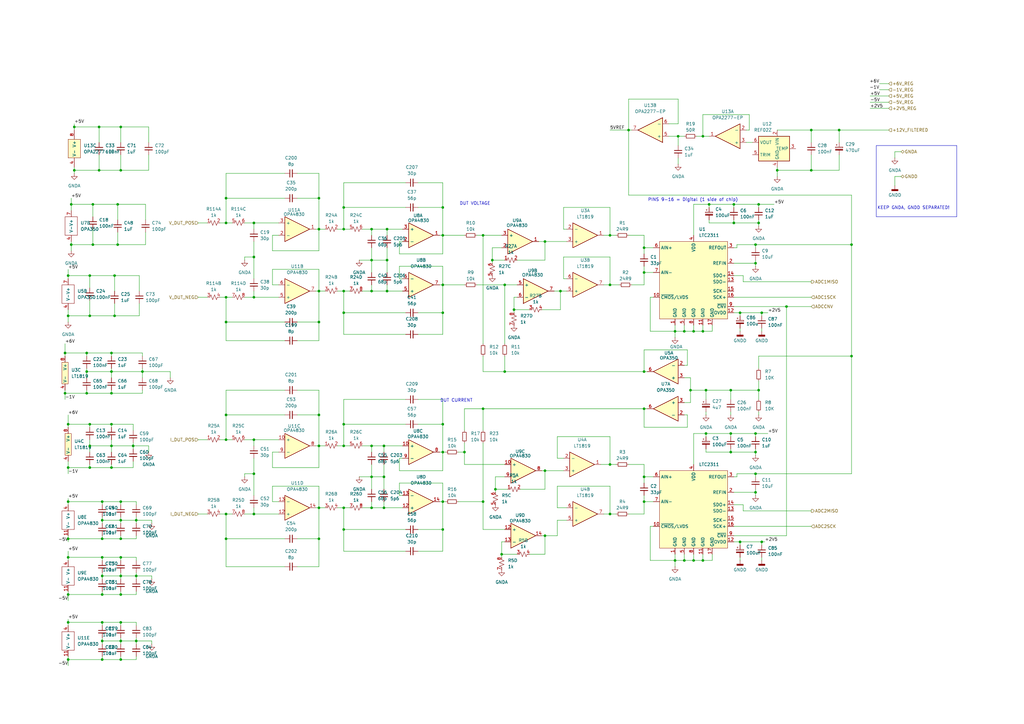
<source format=kicad_sch>
(kicad_sch (version 20231120) (generator "eeschema") (generator_version "8.0")
  (paper "A3")
  (junction (at 223.52 193.04))
  (junction (at 49.53 236.22))
  (junction (at 55.88 262.89))
  (junction (at 41.91 205.74))
  (junction (at 27.94 270.51))
  (junction (at 309.88 185.42))
  (junction (at 36.83 129.54))
  (junction (at 140.97 119.38))
  (junction (at 290.83 83.82))
  (junction (at 207.01 152.4))
  (junction (at 349.25 100.33))
  (junction (at 26.67 161.29))
  (junction (at 104.14 121.92))
  (junction (at 30.48 52.07))
  (junction (at 181.61 173.99))
  (junction (at 309.88 177.8))
  (junction (at 289.56 177.8))
  (junction (at 49.53 243.84))
  (junction (at 152.4 195.58))
  (junction (at 92.71 81.28))
  (junction (at 300.99 91.44))
  (junction (at 280.67 135.89))
  (junction (at 92.71 170.18))
  (junction (at 250.19 96.52))
  (junction (at 45.72 161.29))
  (junction (at 130.81 170.18))
  (junction (at 41.91 243.84))
  (junction (at 181.61 217.17))
  (junction (at 223.52 219.71))
  (junction (at 35.56 161.29))
  (junction (at 303.53 222.25))
  (junction (at 29.21 100.33))
  (junction (at 130.81 81.28))
  (junction (at 152.4 208.28))
  (junction (at 284.48 229.87))
  (junction (at 38.1 100.33))
  (junction (at 318.77 69.85))
  (junction (at 36.83 191.77))
  (junction (at 49.53 262.89))
  (junction (at 158.75 119.38))
  (junction (at 299.72 177.8))
  (junction (at 332.74 69.85))
  (junction (at 203.2 200.66))
  (junction (at 49.53 69.85))
  (junction (at 46.99 129.54))
  (junction (at 140.97 173.99))
  (junction (at 198.12 96.52))
  (junction (at 58.42 152.4))
  (junction (at 55.88 236.22))
  (junction (at 35.56 152.4))
  (junction (at 311.15 83.82))
  (junction (at 45.72 152.4))
  (junction (at 104.14 180.34))
  (junction (at 207.01 116.84))
  (junction (at 264.16 195.58))
  (junction (at 250.19 190.5))
  (junction (at 322.58 125.73))
  (junction (at 157.48 182.88))
  (junction (at 278.13 55.88))
  (junction (at 36.83 113.03))
  (junction (at 349.25 146.05))
  (junction (at 92.71 91.44))
  (junction (at 41.91 262.89))
  (junction (at 38.1 83.82))
  (junction (at 49.53 270.51))
  (junction (at 45.72 173.99))
  (junction (at 157.48 208.28))
  (junction (at 49.53 205.74))
  (junction (at 92.71 121.92))
  (junction (at 36.83 173.99))
  (junction (at 48.26 83.82))
  (junction (at 284.48 135.89))
  (junction (at 45.72 182.88))
  (junction (at 104.14 105.41))
  (junction (at 140.97 93.98))
  (junction (at 27.94 255.27))
  (junction (at 49.53 220.98))
  (junction (at 41.91 228.6))
  (junction (at 27.94 205.74))
  (junction (at 288.29 229.87))
  (junction (at 49.53 255.27))
  (junction (at 27.94 113.03))
  (junction (at 332.74 53.34))
  (junction (at 198.12 167.64))
  (junction (at 181.61 116.84))
  (junction (at 140.97 85.09))
  (junction (at 140.97 208.28))
  (junction (at 130.81 93.98))
  (junction (at 41.91 213.36))
  (junction (at 276.86 135.89))
  (junction (at 104.14 91.44))
  (junction (at 130.81 220.98))
  (junction (at 181.61 128.27))
  (junction (at 264.16 111.76))
  (junction (at 140.97 128.27))
  (junction (at 41.91 236.22))
  (junction (at 48.26 100.33))
  (junction (at 140.97 182.88))
  (junction (at 283.21 160.02))
  (junction (at 27.94 220.98))
  (junction (at 288.29 135.89))
  (junction (at 181.61 185.42))
  (junction (at 158.75 106.68))
  (junction (at 152.4 106.68))
  (junction (at 181.61 96.52))
  (junction (at 27.94 228.6))
  (junction (at 250.19 210.82))
  (junction (at 92.71 220.98))
  (junction (at 300.99 83.82))
  (junction (at 41.91 270.51))
  (junction (at 41.91 220.98))
  (junction (at 49.53 52.07))
  (junction (at 140.97 217.17))
  (junction (at 92.71 210.82))
  (junction (at 264.16 152.4))
  (junction (at 312.42 222.25))
  (junction (at 190.5 185.42))
  (junction (at 46.99 113.03))
  (junction (at 210.82 127))
  (junction (at 181.61 205.74))
  (junction (at 309.88 100.33))
  (junction (at 49.53 213.36))
  (junction (at 35.56 144.78))
  (junction (at 299.72 185.42))
  (junction (at 158.75 93.98))
  (junction (at 92.71 180.34))
  (junction (at 276.86 229.87))
  (junction (at 229.87 119.38))
  (junction (at 27.94 129.54))
  (junction (at 27.94 191.77))
  (junction (at 45.72 191.77))
  (junction (at 309.88 201.93))
  (junction (at 280.67 229.87))
  (junction (at 289.56 160.02))
  (junction (at 26.67 144.78))
  (junction (at 30.48 69.85))
  (junction (at 299.72 160.02))
  (junction (at 264.16 205.74))
  (junction (at 104.14 194.31))
  (junction (at 27.94 173.99))
  (junction (at 312.42 128.27))
  (junction (at 181.61 85.09))
  (junction (at 130.81 132.08))
  (junction (at 49.53 228.6))
  (junction (at 55.88 213.36))
  (junction (at 264.16 167.64))
  (junction (at 309.88 107.95))
  (junction (at 130.81 119.38))
  (junction (at 198.12 205.74))
  (junction (at 309.88 194.31))
  (junction (at 257.81 53.34))
  (junction (at 250.19 116.84))
  (junction (at 40.64 52.07))
  (junction (at 130.81 182.88))
  (junction (at 130.81 208.28))
  (junction (at 223.52 99.06))
  (junction (at 152.4 119.38))
  (junction (at 201.93 106.68))
  (junction (at 152.4 182.88))
  (junction (at 45.72 144.78))
  (junction (at 157.48 195.58))
  (junction (at 303.53 128.27))
  (junction (at 40.64 69.85))
  (junction (at 205.74 227.33))
  (junction (at 36.83 182.88))
  (junction (at 311.15 160.02))
  (junction (at 311.15 91.44))
  (junction (at 29.21 83.82))
  (junction (at 288.29 55.88))
  (junction (at 264.16 101.6))
  (junction (at 104.14 210.82))
  (junction (at 92.71 132.08))
  (junction (at 27.94 243.84))
  (junction (at 54.61 182.88))
  (junction (at 344.17 53.34))
  (junction (at 152.4 93.98))
  (junction (at 41.91 255.27))
  (wire (pts (xy 54.61 181.61) (xy 54.61 182.88)))
  (wire (pts (xy 309.88 194.31) (xy 309.88 195.58)))
  (wire (pts (xy 223.52 219.71) (xy 223.52 227.33)))
  (wire (pts (xy 104.14 99.06) (xy 104.14 105.41)))
  (wire (pts (xy 312.42 228.6) (xy 312.42 229.87)))
  (wire (pts (xy 213.36 200.66) (xy 223.52 200.66)))
  (wire (pts (xy 247.65 116.84) (xy 250.19 116.84)))
  (wire (pts (xy 229.87 127) (xy 229.87 119.38)))
  (wire (pts (xy 104.14 194.31) (xy 104.14 203.2)))
  (wire (pts (xy 313.69 222.25) (xy 312.42 222.25)))
  (wire (pts (xy 41.91 243.84) (xy 41.91 242.57)))
  (wire (pts (xy 27.94 270.51) (xy 27.94 273.05)))
  (wire (pts (xy 27.94 226.06) (xy 27.94 228.6)))
  (wire (pts (xy 264.16 143.51) (xy 264.16 152.4)))
  (wire (pts (xy 27.94 228.6) (xy 41.91 228.6)))
  (wire (pts (xy 45.72 161.29) (xy 58.42 161.29)))
  (wire (pts (xy 231.14 93.98) (xy 232.41 93.98)))
  (wire (pts (xy 29.21 99.06) (xy 29.21 100.33)))
  (wire (pts (xy 264.16 116.84) (xy 264.16 111.76)))
  (wire (pts (xy 231.14 114.3) (xy 232.41 114.3)))
  (wire (pts (xy 264.16 109.22) (xy 264.16 111.76)))
  (wire (pts (xy 201.93 101.6) (xy 201.93 106.68)))
  (wire (pts (xy 100.33 106.68) (xy 100.33 105.41)))
  (wire (pts (xy 116.84 139.7) (xy 92.71 139.7)))
  (wire (pts (xy 54.61 189.23) (xy 54.61 191.77)))
  (wire (pts (xy 158.75 93.98) (xy 158.75 96.52)))
  (wire (pts (xy 181.61 185.42) (xy 182.88 185.42)))
  (wire (pts (xy 130.81 132.08) (xy 130.81 119.38)))
  (wire (pts (xy 166.37 137.16) (xy 140.97 137.16)))
  (wire (pts (xy 140.97 173.99) (xy 140.97 182.88)))
  (wire (pts (xy 304.8 207.01) (xy 304.8 209.55)))
  (wire (pts (xy 166.37 226.06) (xy 140.97 226.06)))
  (wire (pts (xy 250.19 96.52) (xy 252.73 96.52)))
  (wire (pts (xy 198.12 217.17) (xy 207.01 217.17)))
  (wire (pts (xy 311.15 90.17) (xy 311.15 91.44)))
  (wire (pts (xy 171.45 137.16) (xy 181.61 137.16)))
  (wire (pts (xy 27.94 220.98) (xy 27.94 222.25)))
  (wire (pts (xy 171.45 85.09) (xy 181.61 85.09)))
  (wire (pts (xy 257.81 96.52) (xy 264.16 96.52)))
  (wire (pts (xy 130.81 139.7) (xy 130.81 132.08)))
  (wire (pts (xy 266.7 121.92) (xy 266.7 135.89)))
  (wire (pts (xy 322.58 125.73) (xy 332.74 125.73)))
  (wire (pts (xy 181.61 116.84) (xy 180.34 116.84)))
  (wire (pts (xy 90.17 121.92) (xy 92.71 121.92)))
  (wire (pts (xy 49.53 236.22) (xy 49.53 237.49)))
  (wire (pts (xy 45.72 182.88) (xy 54.61 182.88)))
  (wire (pts (xy 36.83 173.99) (xy 45.72 173.99)))
  (wire (pts (xy 111.76 116.84) (xy 111.76 110.49)))
  (wire (pts (xy 163.83 109.22) (xy 181.61 109.22)))
  (wire (pts (xy 181.61 96.52) (xy 180.34 96.52)))
  (wire (pts (xy 288.29 227.33) (xy 288.29 229.87)))
  (wire (pts (xy 130.81 208.28) (xy 133.35 208.28)))
  (wire (pts (xy 29.21 83.82) (xy 29.21 86.36)))
  (wire (pts (xy 90.17 91.44) (xy 92.71 91.44)))
  (wire (pts (xy 307.34 53.34) (xy 306.07 53.34)))
  (wire (pts (xy 311.15 168.91) (xy 311.15 170.18)))
  (wire (pts (xy 54.61 176.53) (xy 54.61 173.99)))
  (wire (pts (xy 49.53 205.74) (xy 55.88 205.74)))
  (wire (pts (xy 26.67 161.29) (xy 26.67 163.83)))
  (wire (pts (xy 198.12 96.52) (xy 198.12 140.97)))
  (wire (pts (xy 92.71 180.34) (xy 95.25 180.34)))
  (wire (pts (xy 59.69 100.33) (xy 48.26 100.33)))
  (wire (pts (xy 288.29 55.88) (xy 290.83 55.88)))
  (wire (pts (xy 205.74 227.33) (xy 212.09 227.33)))
  (wire (pts (xy 55.88 213.36) (xy 62.23 213.36)))
  (wire (pts (xy 231.14 85.09) (xy 231.14 93.98)))
  (wire (pts (xy 349.25 80.01) (xy 349.25 100.33)))
  (wire (pts (xy 303.53 134.62) (xy 303.53 135.89)))
  (wire (pts (xy 92.71 91.44) (xy 95.25 91.44)))
  (wire (pts (xy 35.56 160.02) (xy 35.56 161.29)))
  (wire (pts (xy 36.83 182.88) (xy 45.72 182.88)))
  (wire (pts (xy 92.71 121.92) (xy 95.25 121.92)))
  (wire (pts (xy 36.83 129.54) (xy 46.99 129.54)))
  (wire (pts (xy 27.94 205.74) (xy 27.94 207.01)))
  (wire (pts (xy 130.81 220.98) (xy 130.81 232.41)))
  (wire (pts (xy 27.94 269.24) (xy 27.94 270.51)))
  (wire (pts (xy 171.45 74.93) (xy 181.61 74.93)))
  (wire (pts (xy 27.94 242.57) (xy 27.94 243.84)))
  (wire (pts (xy 312.42 222.25) (xy 312.42 223.52)))
  (wire (pts (xy 166.37 74.93) (xy 140.97 74.93)))
  (wire (pts (xy 27.94 204.47) (xy 27.94 205.74)))
  (wire (pts (xy 27.94 220.98) (xy 41.91 220.98)))
  (wire (pts (xy 27.94 228.6) (xy 27.94 229.87)))
  (wire (pts (xy 349.25 146.05) (xy 349.25 194.31)))
  (wire (pts (xy 306.07 58.42) (xy 308.61 58.42)))
  (wire (pts (xy 201.93 101.6) (xy 205.74 101.6)))
  (wire (pts (xy 212.09 116.84) (xy 207.01 116.84)))
  (wire (pts (xy 60.96 52.07) (xy 60.96 58.42)))
  (wire (pts (xy 281.94 143.51) (xy 264.16 143.51)))
  (wire (pts (xy 138.43 93.98) (xy 140.97 93.98)))
  (wire (pts (xy 280.67 149.86) (xy 281.94 149.86)))
  (wire (pts (xy 300.99 222.25) (xy 303.53 222.25)))
  (wire (pts (xy 104.14 91.44) (xy 114.3 91.44)))
  (wire (pts (xy 303.53 228.6) (xy 303.53 229.87)))
  (wire (pts (xy 203.2 200.66) (xy 203.2 201.93)))
  (wire (pts (xy 100.33 195.58) (xy 100.33 194.31)))
  (wire (pts (xy 41.91 255.27) (xy 41.91 256.54)))
  (wire (pts (xy 35.56 161.29) (xy 45.72 161.29)))
  (wire (pts (xy 45.72 180.34) (xy 45.72 182.88)))
  (wire (pts (xy 181.61 205.74) (xy 180.34 205.74)))
  (wire (pts (xy 41.91 234.95) (xy 41.91 236.22)))
  (wire (pts (xy 55.88 262.89) (xy 55.88 264.16)))
  (wire (pts (xy 300.99 219.71) (xy 322.58 219.71)))
  (wire (pts (xy 26.67 144.78) (xy 35.56 144.78)))
  (wire (pts (xy 220.98 99.06) (xy 223.52 99.06)))
  (wire (pts (xy 312.42 128.27) (xy 312.42 129.54)))
  (wire (pts (xy 195.58 96.52) (xy 198.12 96.52)))
  (wire (pts (xy 299.72 160.02) (xy 311.15 160.02)))
  (wire (pts (xy 274.32 55.88) (xy 278.13 55.88)))
  (wire (pts (xy 90.17 210.82) (xy 92.71 210.82)))
  (wire (pts (xy 40.64 52.07) (xy 30.48 52.07)))
  (wire (pts (xy 41.91 205.74) (xy 49.53 205.74)))
  (wire (pts (xy 205.74 227.33) (xy 205.74 228.6)))
  (wire (pts (xy 344.17 63.5) (xy 344.17 69.85)))
  (wire (pts (xy 281.94 175.26) (xy 264.16 175.26)))
  (wire (pts (xy 54.61 182.88) (xy 54.61 184.15)))
  (wire (pts (xy 223.52 219.71) (xy 228.6 219.71)))
  (wire (pts (xy 45.72 173.99) (xy 54.61 173.99)))
  (wire (pts (xy 49.53 228.6) (xy 49.53 229.87)))
  (wire (pts (xy 147.32 106.68) (xy 152.4 106.68)))
  (wire (pts (xy 49.53 262.89) (xy 55.88 262.89)))
  (wire (pts (xy 41.91 236.22) (xy 41.91 237.49)))
  (wire (pts (xy 36.83 129.54) (xy 36.83 123.19)))
  (wire (pts (xy 57.15 119.38) (xy 57.15 113.03)))
  (wire (pts (xy 302.26 195.58) (xy 302.26 194.31)))
  (wire (pts (xy 140.97 128.27) (xy 166.37 128.27)))
  (wire (pts (xy 49.53 220.98) (xy 55.88 220.98)))
  (wire (pts (xy 48.26 90.17) (xy 48.26 83.82)))
  (wire (pts (xy 181.61 217.17) (xy 181.61 205.74)))
  (wire (pts (xy 171.45 173.99) (xy 181.61 173.99)))
  (wire (pts (xy 41.91 236.22) (xy 49.53 236.22)))
  (wire (pts (xy 303.53 222.25) (xy 312.42 222.25)))
  (wire (pts (xy 181.61 226.06) (xy 181.61 217.17)))
  (wire (pts (xy 27.94 129.54) (xy 27.94 132.08)))
  (wire (pts (xy 27.94 255.27) (xy 41.91 255.27)))
  (wire (pts (xy 289.56 163.83) (xy 289.56 160.02)))
  (wire (pts (xy 49.53 58.42) (xy 49.53 52.07)))
  (wire (pts (xy 198.12 167.64) (xy 264.16 167.64)))
  (wire (pts (xy 140.97 93.98) (xy 143.51 93.98)))
  (wire (pts (xy 165.1 203.2) (xy 163.83 203.2)))
  (wire (pts (xy 104.14 210.82) (xy 104.14 208.28)))
  (wire (pts (xy 163.83 104.14) (xy 181.61 104.14)))
  (wire (pts (xy 140.97 173.99) (xy 166.37 173.99)))
  (wire (pts (xy 152.4 208.28) (xy 152.4 205.74)))
  (wire (pts (xy 59.69 95.25) (xy 59.69 100.33)))
  (wire (pts (xy 257.81 80.01) (xy 349.25 80.01)))
  (wire (pts (xy 290.83 91.44) (xy 300.99 91.44)))
  (wire (pts (xy 30.48 69.85) (xy 30.48 71.12)))
  (wire (pts (xy 100.33 194.31) (xy 104.14 194.31)))
  (wire (pts (xy 195.58 116.84) (xy 207.01 116.84)))
  (wire (pts (xy 49.53 255.27) (xy 55.88 255.27)))
  (wire (pts (xy 41.91 262.89) (xy 49.53 262.89)))
  (wire (pts (xy 289.56 184.15) (xy 289.56 185.42)))
  (wire (pts (xy 49.53 69.85) (xy 40.64 69.85)))
  (wire (pts (xy 318.77 69.85) (xy 318.77 72.39)))
  (wire (pts (xy 45.72 152.4) (xy 45.72 154.94)))
  (wire (pts (xy 49.53 236.22) (xy 55.88 236.22)))
  (wire (pts (xy 92.71 220.98) (xy 92.71 210.82)))
  (wire (pts (xy 207.01 152.4) (xy 198.12 152.4)))
  (wire (pts (xy 187.96 185.42) (xy 190.5 185.42)))
  (wire (pts (xy 318.77 69.85) (xy 332.74 69.85)))
  (wire (pts (xy 157.48 195.58) (xy 157.48 200.66)))
  (wire (pts (xy 90.17 180.34) (xy 92.71 180.34)))
  (wire (pts (xy 300.99 91.44) (xy 300.99 90.17)))
  (wire (pts (xy 264.16 175.26) (xy 264.16 167.64)))
  (wire (pts (xy 300.99 195.58) (xy 302.26 195.58)))
  (wire (pts (xy 198.12 152.4) (xy 198.12 146.05)))
  (wire (pts (xy 299.72 185.42) (xy 309.88 185.42)))
  (wire (pts (xy 55.88 212.09) (xy 55.88 213.36)))
  (wire (pts (xy 49.53 243.84) (xy 55.88 243.84)))
  (wire (pts (xy 181.61 128.27) (xy 181.61 116.84)))
  (wire (pts (xy 38.1 100.33) (xy 48.26 100.33)))
  (wire (pts (xy 300.99 207.01) (xy 304.8 207.01)))
  (wire (pts (xy 250.19 53.34) (xy 257.81 53.34)))
  (wire (pts (xy 130.81 71.12) (xy 130.81 81.28)))
  (wire (pts (xy 356.87 44.45) (xy 364.49 44.45)))
  (wire (pts (xy 152.4 101.6) (xy 152.4 106.68)))
  (wire (pts (xy 36.83 190.5) (xy 36.83 191.77)))
  (wire (pts (xy 300.99 113.03) (xy 304.8 113.03)))
  (wire (pts (xy 158.75 106.68) (xy 158.75 111.76)))
  (wire (pts (xy 246.38 190.5) (xy 250.19 190.5)))
  (wire (pts (xy 130.81 199.39) (xy 130.81 208.28)))
  (wire (pts (xy 283.21 160.02) (xy 289.56 160.02)))
  (wire (pts (xy 114.3 185.42) (xy 111.76 185.42)))
  (wire (pts (xy 152.4 190.5) (xy 152.4 195.58)))
  (wire (pts (xy 290.83 83.82) (xy 300.99 83.82)))
  (wire (pts (xy 100.33 180.34) (xy 104.14 180.34)))
  (wire (pts (xy 171.45 163.83) (xy 181.61 163.83)))
  (wire (pts (xy 257.81 190.5) (xy 264.16 190.5)))
  (wire (pts (xy 250.19 116.84) (xy 254 116.84)))
  (wire (pts (xy 332.74 53.34) (xy 344.17 53.34)))
  (wire (pts (xy 55.88 256.54) (xy 55.88 255.27)))
  (wire (pts (xy 302.26 100.33) (xy 302.26 101.6)))
  (wire (pts (xy 111.76 96.52) (xy 111.76 102.87)))
  (wire (pts (xy 231.14 187.96) (xy 228.6 187.96)))
  (wire (pts (xy 41.91 212.09) (xy 41.91 213.36)))
  (wire (pts (xy 228.6 213.36) (xy 232.41 213.36)))
  (wire (pts (xy 62.23 236.22) (xy 62.23 237.49)))
  (wire (pts (xy 49.53 228.6) (xy 55.88 228.6)))
  (wire (pts (xy 45.72 152.4) (xy 58.42 152.4)))
  (wire (pts (xy 27.94 173.99) (xy 27.94 175.26)))
  (wire (pts (xy 130.81 102.87) (xy 130.81 93.98)))
  (wire (pts (xy 27.94 173.99) (xy 36.83 173.99)))
  (wire (pts (xy 157.48 190.5) (xy 157.48 195.58)))
  (wire (pts (xy 228.6 179.07) (xy 250.19 179.07)))
  (wire (pts (xy 104.14 121.92) (xy 104.14 119.38)))
  (wire (pts (xy 181.61 185.42) (xy 180.34 185.42)))
  (wire (pts (xy 300.99 101.6) (xy 302.26 101.6)))
  (wire (pts (xy 309.88 184.15) (xy 309.88 185.42)))
  (wire (pts (xy 140.97 208.28) (xy 143.51 208.28)))
  (wire (pts (xy 46.99 119.38) (xy 46.99 113.03)))
  (wire (pts (xy 138.43 208.28) (xy 140.97 208.28)))
  (wire (pts (xy 41.91 205.74) (xy 41.91 207.01)))
  (wire (pts (xy 222.25 127) (xy 229.87 127)))
  (wire (pts (xy 130.81 119.38) (xy 129.54 119.38)))
  (wire (pts (xy 203.2 195.58) (xy 203.2 200.66)))
  (wire (pts (xy 57.15 129.54) (xy 46.99 129.54)))
  (wire (pts (xy 165.1 114.3) (xy 163.83 114.3)))
  (wire (pts (xy 49.53 220.98) (xy 49.53 219.71)))
  (wire (pts (xy 181.61 109.22) (xy 181.61 116.84)))
  (wire (pts (xy 280.67 165.1) (xy 283.21 165.1)))
  (wire (pts (xy 29.21 100.33) (xy 29.21 102.87)))
  (wire (pts (xy 229.87 119.38) (xy 227.33 119.38)))
  (wire (pts (xy 55.88 236.22) (xy 55.88 237.49)))
  (wire (pts (xy 92.71 139.7) (xy 92.71 132.08)))
  (wire (pts (xy 104.14 105.41) (xy 104.14 114.3)))
  (wire (pts (xy 41.91 255.27) (xy 49.53 255.27)))
  (wire (pts (xy 284.48 177.8) (xy 284.48 190.5)))
  (wire (pts (xy 116.84 81.28) (xy 92.71 81.28)))
  (wire (pts (xy 121.92 81.28) (xy 130.81 81.28)))
  (wire (pts (xy 41.91 261.62) (xy 41.91 262.89)))
  (wire (pts (xy 27.94 110.49) (xy 27.94 113.03)))
  (wire (pts (xy 116.84 220.98) (xy 92.71 220.98)))
  (wire (pts (xy 27.94 127) (xy 27.94 129.54)))
  (wire (pts (xy 58.42 151.13) (xy 58.42 152.4)))
  (wire (pts (xy 62.23 262.89) (xy 62.23 264.16)))
  (wire (pts (xy 280.67 229.87) (xy 276.86 229.87)))
  (wire (pts (xy 116.84 132.08) (xy 92.71 132.08)))
  (wire (pts (xy 116.84 232.41) (xy 92.71 232.41)))
  (wire (pts (xy 163.83 187.96) (xy 163.83 193.04)))
  (wire (pts (xy 92.71 81.28) (xy 92.71 91.44)))
  (wire (pts (xy 309.88 101.6) (xy 309.88 100.33)))
  (wire (pts (xy 100.33 121.92) (xy 104.14 121.92)))
  (wire (pts (xy 58.42 152.4) (xy 58.42 154.94)))
  (wire (pts (xy 250.19 96.52) (xy 250.19 85.09)))
  (wire (pts (xy 111.76 102.87) (xy 130.81 102.87)))
  (wire (pts (xy 228.6 199.39) (xy 228.6 208.28)))
  (wire (pts (xy 360.68 36.83) (xy 364.49 36.83)))
  (wire (pts (xy 114.3 116.84) (xy 111.76 116.84)))
  (wire (pts (xy 344.17 53.34) (xy 364.49 53.34)))
  (wire (pts (xy 35.56 152.4) (xy 35.56 154.94)))
  (wire (pts (xy 229.87 119.38) (xy 232.41 119.38)))
  (wire (pts (xy 81.28 121.92) (xy 85.09 121.92)))
  (wire (pts (xy 300.99 125.73) (xy 322.58 125.73)))
  (wire (pts (xy 26.67 140.97) (xy 26.67 144.78)))
  (wire (pts (xy 116.84 170.18) (xy 92.71 170.18)))
  (wire (pts (xy 278.13 40.64) (xy 257.81 40.64)))
  (wire (pts (xy 289.56 177.8) (xy 284.48 177.8)))
  (wire (pts (xy 309.88 186.69) (xy 309.88 185.42)))
  (wire (pts (xy 311.15 83.82) (xy 317.5 83.82)))
  (wire (pts (xy 157.48 182.88) (xy 157.48 185.42)))
  (wire (pts (xy 264.16 167.64) (xy 265.43 167.64)))
  (wire (pts (xy 130.81 170.18) (xy 130.81 182.88)))
  (wire (pts (xy 283.21 154.94) (xy 283.21 160.02)))
  (wire (pts (xy 49.53 213.36) (xy 55.88 213.36)))
  (wire (pts (xy 264.16 111.76) (xy 267.97 111.76)))
  (wire (pts (xy 207.01 152.4) (xy 264.16 152.4)))
  (wire (pts (xy 257.81 210.82) (xy 264.16 210.82)))
  (wire (pts (xy 300.99 121.92) (xy 332.74 121.92)))
  (wire (pts (xy 92.71 170.18) (xy 92.71 180.34)))
  (wire (pts (xy 38.1 88.9) (xy 38.1 83.82)))
  (wire (pts (xy 35.56 152.4) (xy 45.72 152.4)))
  (wire (pts (xy 152.4 182.88) (xy 157.48 182.88)))
  (wire (pts (xy 309.88 100.33) (xy 349.25 100.33)))
  (wire (pts (xy 349.25 100.33) (xy 349.25 146.05)))
  (wire (pts (xy 266.7 215.9) (xy 266.7 229.87)))
  (wire (pts (xy 140.97 128.27) (xy 140.97 119.38)))
  (wire (pts (xy 250.19 210.82) (xy 252.73 210.82)))
  (wire (pts (xy 198.12 181.61) (xy 198.12 205.74)))
  (wire (pts (xy 49.53 243.84) (xy 49.53 242.57)))
  (wire (pts (xy 45.72 173.99) (xy 45.72 175.26)))
  (wire (pts (xy 36.83 118.11) (xy 36.83 113.03)))
  (wire (pts (xy 181.61 74.93) (xy 181.61 85.09)))
  (wire (pts (xy 163.83 193.04) (xy 181.61 193.04)))
  (wire (pts (xy 198.12 217.17) (xy 198.12 205.74)))
  (wire (pts (xy 300.99 91.44) (xy 311.15 91.44)))
  (wire (pts (xy 276.86 227.33) (xy 276.86 229.87)))
  (wire (pts (xy 157.48 208.28) (xy 165.1 208.28)))
  (wire (pts (xy 187.96 205.74) (xy 198.12 205.74)))
  (wire (pts (xy 264.16 190.5) (xy 264.16 195.58)))
  (wire (pts (xy 27.94 270.51) (xy 41.91 270.51)))
  (wire (pts (xy 55.88 236.22) (xy 62.23 236.22)))
  (wire (pts (xy 207.01 146.05) (xy 207.01 152.4)))
  (wire (pts (xy 30.48 69.85) (xy 40.64 69.85)))
  (wire (pts (xy 312.42 134.62) (xy 312.42 135.89)))
  (wire (pts (xy 210.82 127) (xy 210.82 128.27)))
  (wire (pts (xy 38.1 100.33) (xy 38.1 93.98)))
  (wire (pts (xy 163.83 203.2) (xy 163.83 198.12)))
  (wire (pts (xy 45.72 151.13) (xy 45.72 152.4)))
  (wire (pts (xy 309.88 194.31) (xy 349.25 194.31)))
  (wire (pts (xy 27.94 113.03) (xy 36.83 113.03)))
  (wire (pts (xy 130.81 182.88) (xy 129.54 182.88)))
  (wire (pts (xy 276.86 133.35) (xy 276.86 135.89)))
  (wire (pts (xy 276.86 229.87) (xy 276.86 232.41)))
  (wire (pts (xy 58.42 146.05) (xy 58.42 144.78)))
  (wire (pts (xy 45.72 144.78) (xy 58.42 144.78)))
  (wire (pts (xy 163.83 114.3) (xy 163.83 109.22)))
  (wire (pts (xy 81.28 91.44) (xy 85.09 91.44)))
  (wire (pts (xy 205.74 222.25) (xy 205.74 227.33)))
  (wire (pts (xy 92.71 160.02) (xy 92.71 170.18)))
  (wire (pts (xy 158.75 116.84) (xy 158.75 119.38)))
  (wire (pts (xy 280.67 170.18) (xy 281.94 170.18)))
  (wire (pts (xy 27.94 255.27) (xy 27.94 256.54)))
  (wire (pts (xy 130.81 81.28) (xy 130.81 93.98)))
  (wire (pts (xy 309.88 200.66) (xy 309.88 201.93)))
  (wire (pts (xy 309.88 201.93) (xy 309.88 203.2)))
  (wire (pts (xy 292.1 229.87) (xy 288.29 229.87)))
  (wire (pts (xy 60.96 182.88) (xy 60.96 185.42)))
  (wire (pts (xy 45.72 191.77) (xy 54.61 191.77)))
  (wire (pts (xy 148.59 93.98) (xy 152.4 93.98)))
  (wire (pts (xy 148.59 208.28) (xy 152.4 208.28)))
  (wire (pts (xy 250.19 199.39) (xy 228.6 199.39)))
  (wire (pts (xy 55.88 242.57) (xy 55.88 243.84)))
  (wire (pts (xy 307.34 53.34) (xy 307.34 46.99)))
  (wire (pts (xy 278.13 55.88) (xy 278.13 59.69)))
  (wire (pts (xy 121.92 232.41) (xy 130.81 232.41)))
  (wire (pts (xy 163.83 198.12) (xy 181.61 198.12)))
  (wire (pts (xy 311.15 83.82) (xy 311.15 85.09)))
  (wire (pts (xy 59.69 83.82) (xy 48.26 83.82)))
  (wire (pts (xy 111.76 185.42) (xy 111.76 191.77)))
  (wire (pts (xy 171.45 217.17) (xy 181.61 217.17)))
  (wire (pts (xy 152.4 93.98) (xy 158.75 93.98)))
  (wire (pts (xy 27.94 191.77) (xy 36.83 191.77)))
  (wire (pts (xy 158.75 93.98) (xy 165.1 93.98)))
  (wire (pts (xy 100.33 91.44) (xy 104.14 91.44)))
  (wire (pts (xy 228.6 213.36) (xy 228.6 219.71)))
  (wire (pts (xy 41.91 262.89) (xy 41.91 264.16)))
  (wire (pts (xy 203.2 195.58) (xy 207.01 195.58)))
  (wire (pts (xy 100.33 105.41) (xy 104.14 105.41)))
  (wire (pts (xy 303.53 128.27) (xy 312.42 128.27)))
  (wire (pts (xy 284.48 135.89) (xy 280.67 135.89)))
  (wire (pts (xy 27.94 113.03) (xy 27.94 114.3)))
  (wire (pts (xy 259.08 116.84) (xy 264.16 116.84)))
  (wire (pts (xy 60.96 69.85) (xy 49.53 69.85)))
  (wire (pts (xy 41.91 213.36) (xy 49.53 213.36)))
  (wire (pts (xy 284.48 133.35) (xy 284.48 135.89)))
  (wire (pts (xy 303.53 222.25) (xy 303.53 223.52)))
  (wire (pts (xy 49.53 213.36) (xy 49.53 214.63)))
  (wire (pts (xy 190.5 167.64) (xy 198.12 167.64)))
  (wire (pts (xy 121.92 139.7) (xy 130.81 139.7)))
  (wire (pts (xy 121.92 160.02) (xy 130.81 160.02)))
  (wire (pts (xy 284.48 83.82) (xy 290.83 83.82)))
  (wire (pts (xy 281.94 149.86) (xy 281.94 143.51)))
  (wire (pts (xy 318.77 68.58) (xy 318.77 69.85)))
  (wire (pts (xy 49.53 270.51) (xy 49.53 269.24)))
  (wire (pts (xy 27.94 129.54) (xy 36.83 129.54)))
  (wire (pts (xy 27.94 243.84) (xy 41.91 243.84)))
  (wire (pts (xy 181.61 137.16) (xy 181.61 128.27)))
  (wire (pts (xy 104.14 187.96) (xy 104.14 194.31)))
  (wire (pts (xy 212.09 121.92) (xy 210.82 121.92)))
  (wire (pts (xy 30.48 68.58) (xy 30.48 69.85)))
  (wire (pts (xy 278.13 64.77) (xy 278.13 67.31)))
  (wire (pts (xy 210.82 121.92) (xy 210.82 127)))
  (wire (pts (xy 190.5 190.5) (xy 207.01 190.5)))
  (wire (pts (xy 46.99 124.46) (xy 46.99 129.54)))
  (wire (pts (xy 264.16 205.74) (xy 267.97 205.74)))
  (wire (pts (xy 152.4 119.38) (xy 158.75 119.38)))
  (wire (pts (xy 138.43 182.88) (xy 140.97 182.88)))
  (wire (pts (xy 116.84 160.02) (xy 92.71 160.02)))
  (wire (pts (xy 280.67 135.89) (xy 276.86 135.89)))
  (wire (pts (xy 140.97 226.06) (xy 140.97 217.17)))
  (wire (pts (xy 140.97 119.38) (xy 143.51 119.38)))
  (wire (pts (xy 299.72 177.8) (xy 299.72 179.07)))
  (wire (pts (xy 111.76 191.77) (xy 130.81 191.77)))
  (wire (pts (xy 62.23 213.36) (xy 62.23 214.63)))
  (wire (pts (xy 311.15 160.02) (xy 311.15 163.83)))
  (wire (pts (xy 114.3 205.74) (xy 111.76 205.74)))
  (wire (pts (xy 257.81 53.34) (xy 259.08 53.34)))
  (wire (pts (xy 264.16 203.2) (xy 264.16 205.74)))
  (wire (pts (xy 36.83 182.88) (xy 36.83 185.42)))
  (wire (pts (xy 152.4 106.68) (xy 158.75 106.68)))
  (wire (pts (xy 309.88 107.95) (xy 309.88 109.22)))
  (wire (pts (xy 207.01 222.25) (xy 205.74 222.25)))
  (wire (pts (xy 27.94 191.77) (xy 27.94 194.31)))
  (wire (pts (xy 55.88 262.89) (xy 62.23 262.89)))
  (wire (pts (xy 26.67 144.78) (xy 26.67 146.05)))
  (wire (pts (xy 280.67 227.33) (xy 280.67 229.87)))
  (wire (pts (xy 59.69 90.17) (xy 59.69 83.82)))
  (wire (pts (xy 152.4 195.58) (xy 152.4 200.66)))
  (wire (pts (xy 181.61 163.83) (xy 181.61 173.99)))
  (wire (pts (xy 312.42 128.27) (xy 314.96 128.27)))
  (wire (pts (xy 250.19 105.41) (xy 231.14 105.41)))
  (wire (pts (xy 36.83 191.77) (xy 45.72 191.77)))
  (wire (pts (xy 57.15 124.46) (xy 57.15 129.54)))
  (wire (pts (xy 198.12 96.52) (xy 205.74 96.52)))
  (wire (pts (xy 48.26 83.82) (xy 38.1 83.82)))
  (wire (pts (xy 247.65 96.52) (xy 250.19 96.52)))
  (wire (pts (xy 30.48 50.8) (xy 30.48 52.07)))
  (wire (pts (xy 55.88 219.71) (xy 55.88 220.98)))
  (wire (pts (xy 140.97 85.09) (xy 140.97 93.98)))
  (wire (pts (xy 309.88 100.33) (xy 302.26 100.33)))
  (wire (pts (xy 49.53 262.89) (xy 49.53 264.16)))
  (wire (pts (xy 304.8 209.55) (xy 332.74 209.55)))
  (wire (pts (xy 92.71 71.12) (xy 92.71 81.28)))
  (wire (pts (xy 130.81 93.98) (xy 133.35 93.98)))
  (wire (pts (xy 157.48 205.74) (xy 157.48 208.28)))
  (wire (pts (xy 165.1 99.06) (xy 163.83 99.06)))
  (wire (pts (xy 264.16 101.6) (xy 267.97 101.6)))
  (wire (pts (xy 49.53 234.95) (xy 49.53 236.22)))
  (wire (pts (xy 130.81 220.98) (xy 130.81 208.28)))
  (wire (pts (xy 166.37 163.83) (xy 140.97 163.83)))
  (wire (pts (xy 55.88 207.01) (xy 55.88 205.74)))
  (wire (pts (xy 267.97 121.92) (xy 266.7 121.92)))
  (wire (pts (xy 41.91 213.36) (xy 41.91 214.63)))
  (wire (pts (xy 311.15 92.71) (xy 311.15 91.44)))
  (wire (pts (xy 332.74 58.42) (xy 332.74 53.34)))
  (wire (pts (xy 360.68 34.29) (xy 364.49 34.29)))
  (wire (pts (xy 367.03 72.39) (xy 367.03 76.2)))
  (wire (pts (xy 278.13 50.8) (xy 278.13 40.64)))
  (wire (pts (xy 181.61 198.12) (xy 181.61 205.74)))
  (wire (pts (xy 147.32 195.58) (xy 152.4 195.58)))
  (wire (pts (xy 250.19 85.09) (xy 231.14 85.09)))
  (wire (pts (xy 54.61 182.88) (xy 60.96 182.88)))
  (wire (pts (xy 121.92 220.98) (xy 130.81 220.98)))
  (wire (pts (xy 288.29 135.89) (xy 284.48 135.89)))
  (wire (pts (xy 290.83 83.82) (xy 290.83 85.09)))
  (wire (pts (xy 92.71 232.41) (xy 92.71 220.98)))
  (wire (pts (xy 201.93 106.68) (xy 201.93 107.95)))
  (wire (pts (xy 140.97 74.93) (xy 140.97 85.09)))
  (wire (pts (xy 81.28 210.82) (xy 85.09 210.82)))
  (wire (pts (xy 104.14 121.92) (xy 114.3 121.92)))
  (wire (pts (xy 292.1 133.35) (xy 292.1 135.89)))
  (wire (pts (xy 36.83 173.99) (xy 36.83 175.26)))
  (wire (pts (xy 322.58 219.71) (xy 322.58 125.73)))
  (wire (pts (xy 130.81 208.28) (xy 129.54 208.28)))
  (wire (pts (xy 300.99 215.9) (xy 332.74 215.9)))
  (wire (pts (xy 284.48 229.87) (xy 280.67 229.87)))
  (wire (pts (xy 55.88 269.24) (xy 55.88 270.51)))
  (wire (pts (xy 152.4 208.28) (xy 157.48 208.28)))
  (wire (pts (xy 311.15 146.05) (xy 349.25 146.05)))
  (wire (pts (xy 222.25 193.04) (xy 223.52 193.04)))
  (wire (pts (xy 198.12 167.64) (xy 198.12 176.53)))
  (wire (pts (xy 55.88 234.95) (xy 55.88 236.22)))
  (wire (pts (xy 152.4 106.68) (xy 152.4 111.76)))
  (wire (pts (xy 181.61 116.84) (xy 190.5 116.84)))
  (wire (pts (xy 281.94 170.18) (xy 281.94 175.26)))
  (wire (pts (xy 223.52 99.06) (xy 232.41 99.06)))
  (wire (pts (xy 367.03 62.23) (xy 367.03 64.77)))
  (wire (pts (xy 228.6 208.28) (xy 232.41 208.28)))
  (wire (pts (xy 288.29 46.99) (xy 288.29 55.88)))
  (wire (pts (xy 55.88 229.87) (xy 55.88 228.6)))
  (wire (pts (xy 280.67 133.35) (xy 280.67 135.89)))
  (wire (pts (xy 40.64 69.85) (xy 40.64 63.5)))
  (wire (pts (xy 344.17 58.42) (xy 344.17 53.34)))
  (wire (pts (xy 130.81 160.02) (xy 130.81 170.18)))
  (wire (pts (xy 26.67 161.29) (xy 35.56 161.29)))
  (wire (pts (xy 223.52 193.04) (xy 231.14 193.04)))
  (wire (pts (xy 369.57 72.39) (xy 367.03 72.39)))
  (wire (pts (xy 190.5 190.5) (xy 190.5 185.42)))
  (wire (pts (xy 41.91 243.84) (xy 49.53 243.84)))
  (wire (pts (xy 369.57 62.23) (xy 367.03 62.23)))
  (wire (pts (xy 250.19 190.5) (xy 252.73 190.5)))
  (wire (pts (xy 130.81 191.77) (xy 130.81 182.88)))
  (wire (pts (xy 181.61 96.52) (xy 190.5 96.52)))
  (wire (pts (xy 266.7 135.89) (xy 276.86 135.89)))
  (wire (pts (xy 27.94 254) (xy 27.94 255.27)))
  (wire (pts (xy 283.21 165.1) (xy 283.21 160.02)))
  (wire (pts (xy 181.61 193.04) (xy 181.61 185.42)))
  (wire (pts (xy 49.53 63.5) (xy 49.53 69.85)))
  (wire (pts (xy 30.48 52.07) (xy 30.48 53.34)))
  (wire (pts (xy 148.59 182.88) (xy 152.4 182.88)))
  (wire (pts (xy 104.14 210.82) (xy 114.3 210.82)))
  (wire (pts (xy 57.15 113.03) (xy 46.99 113.03)))
  (wire (pts (xy 250.19 179.07) (xy 250.19 190.5)))
  (wire (pts (xy 152.4 182.88) (xy 152.4 185.42)))
  (wire (pts (xy 35.56 144.78) (xy 35.56 146.05)))
  (wire (pts (xy 81.28 180.34) (xy 85.09 180.34)))
  (wire (pts (xy 267.97 215.9) (xy 266.7 215.9)))
  (wire (pts (xy 292.1 135.89) (xy 288.29 135.89)))
  (wire (pts (xy 300.99 107.95) (xy 309.88 107.95)))
  (wire (pts (xy 35.56 151.13) (xy 35.56 152.4)))
  (wire (pts (xy 29.21 83.82) (xy 38.1 83.82)))
  (wire (pts (xy 210.82 127) (xy 217.17 127)))
  (wire (pts (xy 60.96 52.07) (xy 49.53 52.07)))
  (wire (pts (xy 140.97 163.83) (xy 140.97 173.99)))
  (wire (pts (xy 171.45 128.27) (xy 181.61 128.27)))
  (wire (pts (xy 228.6 187.96) (xy 228.6 179.07)))
  (wire (pts (xy 27.94 170.18) (xy 27.94 173.99)))
  (wire (pts (xy 104.14 180.34) (xy 104.14 182.88)))
  (wire (pts (xy 278.13 55.88) (xy 280.67 55.88)))
  (wire (pts (xy 264.16 198.12) (xy 264.16 195.58)))
  (wire (pts (xy 41.91 270.51) (xy 49.53 270.51)))
  (wire (pts (xy 344.17 69.85) (xy 332.74 69.85)))
  (wire (pts (xy 165.1 187.96) (xy 163.83 187.96)))
  (wire (pts (xy 152.4 119.38) (xy 152.4 116.84)))
  (wire (pts (xy 29.21 100.33) (xy 38.1 100.33)))
  (wire (pts (xy 181.61 85.09) (xy 181.61 96.52)))
  (wire (pts (xy 104.14 91.44) (xy 104.14 93.98)))
  (wire (pts (xy 356.87 39.37) (xy 364.49 39.37)))
  (wire (pts (xy 49.53 270.51) (xy 55.88 270.51)))
  (wire (pts (xy 309.88 106.68) (xy 309.88 107.95)))
  (wire (pts (xy 274.32 50.8) (xy 278.13 50.8)))
  (wire (pts (xy 116.84 71.12) (xy 92.71 71.12)))
  (wire (pts (xy 264.16 210.82) (xy 264.16 205.74)))
  (wire (pts (xy 140.97 217.17) (xy 166.37 217.17)))
  (wire (pts (xy 152.4 93.98) (xy 152.4 96.52)))
  (wire (pts (xy 49.53 255.27) (xy 49.53 256.54)))
  (wire (pts (xy 111.76 205.74) (xy 111.76 199.39)))
  (wire (pts (xy 264.16 104.14) (xy 264.16 101.6)))
  (wire (pts (xy 289.56 177.8) (xy 289.56 179.07)))
  (wire (pts (xy 26.67 160.02) (xy 26.67 161.29)))
  (wire (pts (xy 309.88 177.8) (xy 309.88 179.07)))
  (wire (pts (xy 223.52 106.68) (xy 223.52 99.06)))
  (wire (pts (xy 307.34 46.99) (xy 288.29 46.99)))
  (wire (pts (xy 332.74 53.34) (xy 318.77 53.34)))
  (wire (pts (xy 300.99 83.82) (xy 300.99 85.09)))
  (wire (pts (xy 299.72 177.8) (xy 309.88 177.8)))
  (wire (pts (xy 158.75 101.6) (xy 158.75 106.68)))
  (wire (pts (xy 201.93 106.68) (xy 207.01 106.68)))
  (wire (pts (xy 304.8 115.57) (xy 332.74 115.57)))
  (wire (pts (xy 40.64 58.42) (xy 40.64 52.07)))
  (wire (pts (xy 190.5 167.64) (xy 190.5 176.53)))
  (wire (pts (xy 289.56 160.02) (xy 299.72 160.02)))
  (wire (pts (xy 223.52 200.66) (xy 223.52 193.04)))
  (wire (pts (xy 49.53 261.62) (xy 49.53 262.89)))
  (wire (pts (xy 276.86 135.89) (xy 276.86 138.43)))
  (wire (pts (xy 284.48 227.33) (xy 284.48 229.87)))
  (wire (pts (xy 304.8 113.03) (xy 304.8 115.57)))
  (wire (pts (xy 111.76 199.39) (xy 130.81 199.39)))
  (wire (pts (xy 290.83 90.17) (xy 290.83 91.44)))
  (wire (pts (xy 299.72 185.42) (xy 299.72 184.15)))
  (wire (pts (xy 49.53 52.07) (xy 40.64 52.07)))
  (wire (pts (xy 58.42 152.4) (xy 69.85 152.4)))
  (wire (pts (xy 157.48 182.88) (xy 165.1 182.88)))
  (wire (pts (xy 181.61 104.14) (xy 181.61 96.52)))
  (wire (pts (xy 292.1 227.33) (xy 292.1 229.87)))
  (wire (pts (xy 181.61 173.99) (xy 181.61 185.42)))
  (wire (pts (xy 284.48 83.82) (xy 284.48 96.52)))
  (wire (pts (xy 203.2 200.66) (xy 208.28 200.66)))
  (wire (pts (xy 171.45 226.06) (xy 181.61 226.06)))
  (wire (pts (xy 138.43 119.38) (xy 140.97 119.38)))
  (wire (pts (xy 280.67 154.94) (xy 283.21 154.94)))
  (wire (pts (xy 356.87 41.91) (xy 364.49 41.91)))
  (wire (pts (xy 300.99 201.93) (xy 309.88 201.93)))
  (wire (pts (xy 288.29 229.87) (xy 284.48 229.87)))
  (wire (pts (xy 250.19 210.82) (xy 250.19 199.39)))
  (wire (pts (xy 130.81 93.98) (xy 129.54 93.98)))
  (wire (pts (xy 190.5 185.42) (xy 190.5 181.61)))
  (wire (pts (xy 266.7 229.87) (xy 276.86 229.87)))
  (wire (pts (xy 289.56 177.8) (xy 299.72 177.8)))
  (wire (pts (xy 299.72 168.91) (xy 299.72 170.18)))
  (wire (pts (xy 41.91 228.6) (xy 41.91 229.87)))
  (wire (pts (xy 58.42 160.02) (xy 58.42 161.29)))
  (wire (pts (xy 300.99 128.27) (xy 303.53 128.27)))
  (wire (pts (xy 114.3 96.52) (xy 111.76 96.52)))
  (wire (pts (xy 69.85 152.4) (xy 69.85 154.94)))
  (wire (pts (xy 36.83 180.34) (xy 36.83 182.88)))
  (wire (pts (xy 222.25 219.71) (xy 223.52 219.71)))
  (wire (pts (xy 257.81 53.34) (xy 257.81 80.01)))
  (wire (pts (xy 303.53 128.27) (xy 303.53 129.54)))
  (wire (pts (xy 300.99 83.82) (xy 311.15 83.82)))
  (wire (pts (xy 130.81 119.38) (xy 133.35 119.38)))
  (wire (pts (xy 27.94 189.23) (xy 27.94 191.77)))
  (wire (pts (xy 140.97 85.09) (xy 166.37 85.09)))
  (wire (pts (xy 289.56 168.91) (xy 289.56 170.18)))
  (wire (pts (xy 140.97 217.17) (xy 140.97 208.28)))
  (wire (pts (xy 49.53 205.74) (xy 49.53 207.01)))
  (wire (pts (xy 302.26 194.31) (xy 309.88 194.31)))
  (wire (pts (xy 163.83 99.06) (xy 163.83 104.14)))
  (wire (pts (xy 212.09 106.68) (xy 223.52 106.68)))
  (wire (pts (xy 27.94 219.71) (xy 27.94 220.98)))
  (wire (pts (xy 140.97 182.88) (xy 143.51 182.88)))
  (wire (pts (xy 41.91 228.6) (xy 49.53 228.6)))
  (wire (pts (xy 111.76 110.49) (xy 130.81 110.49)))
  (wire (pts (xy 148.59 119.38) (xy 152.4 119.38)))
  (wire (pts (xy 55.88 261.62) (xy 55.88 262.89)))
  (wire (pts (xy 121.92 132.08) (xy 130.81 132.08)))
  (wire (pts (xy 121.92 170.18) (xy 130.81 170.18)))
  (wire (pts (xy 104.14 180.34) (xy 114.3 180.34)))
  (wire (pts (xy 100.33 210.82) (xy 104.14 210.82)))
  (wire (pts (xy 247.65 210.82) (xy 250.19 210.82)))
  (wire (pts (xy 41.91 270.51) (xy 41.91 269.24)))
  (wire (pts (xy 29.21 81.28) (xy 29.21 83.82)))
  (wire (pts (xy 46.99 113.03) (xy 36.83 113.03)))
  (wire (pts (xy 217.17 227.33) (xy 223.52 227.33)))
  (wire (pts (xy 45.72 182.88) (xy 45.72 185.42)))
  (wire (pts (xy 121.92 71.12) (xy 130.81 71.12)))
  (wire (pts (xy 181.61 205.74) (xy 182.88 205.74)))
  (wire (pts (xy 299.72 163.83) (xy 299.72 160.02)))
  (wire (pts (xy 285.75 55.88) (xy 288.29 55.88)))
  (wire (pts (xy 152.4 195.58) (xy 157.48 195.58)))
  (wire (pts (xy 130.81 182.88) (xy 133.35 182.88)))
  (wire (pts (xy 27.94 205.74) (xy 41.91 205.74)))
  (wire (pts (xy 332.74 69.85) (xy 332.74 63.5)))
  (wire (pts (xy 92.71 132.08) (xy 92.71 121.92)))
  (wire (pts (xy 45.72 161.29) (xy 45.72 160.02)))
  (wire (pts (xy 55.88 213.36) (xy 55.88 214.63)))
  (wire (pts (xy 45.72 144.78) (xy 45.72 146.05)))
  (wire (pts (xy 309.88 177.8) (xy 314.96 177.8)))
  (wire (pts (xy 311.15 156.21) (xy 311.15 160.02)))
  (wire (pts (xy 41.91 220.98) (xy 41.91 219.71)))
  (wire (pts (xy 264.16 152.4) (xy 265.43 152.4)))
  (wire (pts (xy 207.01 116.84) (xy 207.01 140.97)))
  (wire (pts (xy 92.71 210.82) (xy 95.25 210.82)))
  (wire (pts (xy 311.15 151.13) (xy 311.15 146.05)))
  (wire (pts (xy 264.16 195.58) (xy 267.97 195.58)))
  (wire (pts (xy 45.72 191.77) (xy 45.72 190.5)))
  (wire (pts (xy 140.97 137.16) (xy 140.97 128.27)))
  (wire (pts (xy 257.81 40.64) (xy 257.81 53.34)))
  (wire (pts (xy 41.91 220.98) (xy 49.53 220.98)))
  (wire (pts (xy 250.19 105.41) (xy 250.19 116.84)))
  (wire (pts (xy 60.96 63.5) (xy 60.96 69.85)))
  (wire (pts (xy 130.81 110.49) (xy 130.81 119.38)))
  (wire (pts (xy 289.56 185.42) (xy 299.72 185.42)))
  (wire (pts (xy 27.94 243.84) (xy 27.94 246.38)))
  (wire (pts (xy 49.53 212.09) (xy 49.53 213.36)))
  (wire (pts (xy 48.26 95.25) (xy 48.26 100.33)))
  (wire (pts (xy 158.75 119.38) (xy 165.1 119.38)))
  (wire (pts (xy 35.56 144.78) (xy 45.72 144.78)))
  (wire (pts (xy 288.29 133.35) (xy 288.29 135.89)))
  (wire (pts (xy 264.16 96.52) (xy 264.16 101.6)))
  (wire (pts (xy 231.14 105.41) (xy 231.14 114.3)))
  (rectangle (start 359.41 59.69) (end 392.43 88.9))
  (text "KEEP GNDA, GNDD SEPARATED!" (at 374.65 85.344 0) (effects (font (size 1.27 1.27))))
  (text "DUT CURRENT\n" (at 187.198 164.338 0) (effects (font (size 1.27 1.27))))
  (text "PINS 9-16 = Digital (1 side of chip)" (at 284.226 82.042 0) (effects (font (size 1.27 1.27))))
  (text "DUT VOLTAGE" (at 194.818 83.566 0) (effects (font (size 1.27 1.27))))
  (label "-5V" (at 356.87 41.91 0))
  (label "+2V5" (at 314.96 128.27 0))
  (label "+6V" (at 26.67 140.97 0))
  (label "-5V" (at 27.94 222.25 180))
  (label "-1V" (at 27.94 194.31 0))
  (label "-5V" (at 27.94 246.38 180))
  (label "+2V5" (at 313.69 222.25 0))
  (label "+5V" (at 27.94 110.49 0))
  (label "+5V" (at 29.21 81.28 0))
  (label "+2V5" (at 356.87 44.45 0))
  (label "+6V" (at 360.68 34.29 180))
  (label "-5V" (at 27.94 273.05 180))
  (label "+5V" (at 314.96 177.8 0))
  (label "+5V" (at 317.5 83.82 0))
  (label "-1V" (at 360.68 36.83 180))
  (label "5VREF" (at 250.19 53.34 0))
  (label "+6V" (at 27.94 170.18 0))
  (label "-1V" (at 26.67 163.83 0))
  (label "+5V" (at 27.94 204.47 0))
  (label "+5V" (at 27.94 226.06 0))
  (label "+5V" (at 30.48 50.8 0))
  (label "+5V" (at 356.87 39.37 0))
  (label "+5V" (at 27.94 254 0))
  (hierarchical_label "I_DUT_POS" (shape input) (at 81.28 180.34 180))
  (hierarchical_label "I_DUT_NEG" (shape input) (at 81.28 210.82 180))
  (hierarchical_label "ADC1SCK" (shape input) (at 332.74 121.92 0))
  (hierarchical_label "ADC2MISO" (shape output) (at 332.74 209.55 0))
  (hierarchical_label "-5V_REG" (shape input) (at 364.49 41.91 0))
  (hierarchical_label "V_DUT_POS" (shape input) (at 81.28 91.44 180))
  (hierarchical_label "+2V5_REG" (shape input) (at 364.49 44.45 0))
  (hierarchical_label "ADC1MISO" (shape output) (at 332.74 115.57 0))
  (hierarchical_label "GNDA" (shape bidirectional) (at 369.57 62.23 0))
  (hierarchical_label "GNDD" (shape bidirectional) (at 369.57 72.39 0))
  (hierarchical_label "ADC2SCK" (shape input) (at 332.74 215.9 0))
  (hierarchical_label "ADCCNV" (shape input) (at 332.74 125.73 0))
  (hierarchical_label "+5V_REG" (shape input) (at 364.49 39.37 0))
  (hierarchical_label "+12V_FILTERED" (shape input) (at 364.49 53.34 0))
  (hierarchical_label "V_DUT_NEG" (shape input) (at 81.28 121.92 180))
  (hierarchical_label "+6V_REG" (shape input) (at 364.49 34.29 0))
  (hierarchical_label "-1V_REG" (shape input) (at 364.49 36.83 0))
  (symbol (lib_id "JRIX Op Amp:OPA4830") (at 171.45 185.42 0) (mirror x) (unit 3)
    (property "Reference" "U8" (at 171.45 176.784 0))
    (property "Value" "OPA4830" (at 171.45 179.07 0))
    (property "Footprint" "Package_SO:TSSOP-14_4.4x5mm_P0.65mm" (effects (hide yes)))
    (property "Datasheet" "https://www.ti.com/lit/ds/symlink/opa4830.pdf?ts=1733141689784&ref_url=https%253A%252F%252Fbr.mouser.com%252F" (effects (hide yes)))
    (property "Description" "Quad, Low-Power, Single-Supply, Wideband Operational Amplifier" (effects (hide yes)))
  )
  (symbol (lib_name "LT1819_1") (lib_id "JRIX Op Amp:LT1819") (at 234.95 210.82 0) (unit 2)
    (property "Reference" "U4" (at 240.03 200.66 0))
    (property "Value" "LT1819" (at 240.03 203.2 0))
    (property "Footprint" "Package_SO:SOIC-8_3.9x4.9mm_P1.27mm" (effects (hide yes)))
    (property "Datasheet" "https://www.analog.com/media/en/technical-documentation/data-sheets/18189fb.pdf" (effects (hide yes)))
    (property "Description" "400MHz, 2500V/µs, 9mA Dual Operational Amplifier" (effects (hide yes)))
  )
  (symbol (lib_id "power:GNDA") (at 309.88 186.69 0) (unit 1)
    (property "Reference" "#PWR06" (effects (hide yes)))
    (property "Value" "GNDA" (at 309.88 191.77 0))
    (property "Description" "Power symbol creates a global label with name \"GNDA\" , analog ground" (effects (hide yes)))
  )
  (symbol (lib_id "Device:C_Small") (at 168.91 226.06 90) (unit 1)
    (property "Reference" "C210" (at 168.9163 219.71 90))
    (property "Value" "30p" (at 168.9163 222.25 90))
    (property "Footprint" "Capacitor_SMD:C_0603_1608Metric_Pad1.08x0.95mm_HandSolder" (effects (hide yes)))
    (property "Description" "Unpolarized capacitor, small symbol" (effects (hide yes)))
  )
  (symbol (lib_id "power:GNDA") (at 30.48 71.12 0) (unit 1)
    (property "Reference" "#PWR026" (effects (hide yes)))
    (property "Value" "GNDA" (at 30.48 76.2 0))
    (property "Description" "Power symbol creates a global label with name \"GNDA\" , analog ground" (effects (hide yes)))
  )
  (symbol (lib_id "Device:C_Small") (at 49.53 209.55 0) (mirror y) (unit 1)
    (property "Reference" "C49" (at 46.99 208.2862 0) (effects (justify left)))
    (property "Value" "100n" (at 46.99 210.8262 0) (effects (justify left)))
    (property "Footprint" "Capacitor_SMD:C_0805_2012Metric_Pad1.18x1.45mm_HandSolder" (effects (hide yes)))
    (property "Description" "Unpolarized capacitor, small symbol" (effects (hide yes)))
  )
  (symbol (lib_id "Device:C_Small") (at 58.42 148.59 0) (mirror y) (unit 1)
    (property "Reference" "C67" (at 60.96 147.3262 0) (effects (justify right)))
    (property "Value" "100pF" (at 60.96 149.8662 0) (effects (justify right)))
    (property "Footprint" "Capacitor_THT:C_Disc_D3.4mm_W2.1mm_P2.50mm" (effects (hide yes)))
    (property "Description" "Unpolarized capacitor, small symbol" (effects (hide yes)))
  )
  (symbol (lib_id "Device:C_Small") (at 332.74 60.96 0) (unit 1)
    (property "Reference" "C28" (at 335.28 59.6962 0) (effects (justify left)))
    (property "Value" "100nF" (at 335.28 62.2362 0) (effects (justify left)))
    (property "Footprint" "Capacitor_SMD:C_0805_2012Metric_Pad1.18x1.45mm_HandSolder" (effects (hide yes)))
    (property "Description" "Unpolarized capacitor, small symbol" (effects (hide yes)))
  )
  (symbol (lib_id "power:GNDA") (at 62.23 264.16 0) (unit 1)
    (property "Reference" "#PWR035" (effects (hide yes)))
    (property "Value" "GNDA" (at 62.23 269.24 0))
    (property "Description" "Power symbol creates a global label with name \"GNDA\" , analog ground" (effects (hide yes)))
  )
  (symbol (lib_id "Device:C_Small") (at 41.91 232.41 0) (unit 1)
    (property "Reference" "C30" (at 44.45 231.1462 0) (effects (justify left)))
    (property "Value" "1uF" (at 44.45 233.6862 0) (effects (justify left)))
    (property "Footprint" "Capacitor_SMD:C_0805_2012Metric_Pad1.18x1.45mm_HandSolder" (effects (hide yes)))
    (property "Description" "Unpolarized capacitor, small symbol" (effects (hide yes)))
  )
  (symbol (lib_id "JRIX Op Amp:OPA4830") (at 171.45 116.84 0) (unit 2)
    (property "Reference" "U8" (at 172.72 106.68 0))
    (property "Value" "OPA4830" (at 172.72 109.22 0))
    (property "Footprint" "Package_SO:TSSOP-14_4.4x5mm_P0.65mm" (effects (hide yes)))
    (property "Datasheet" "https://www.ti.com/lit/ds/symlink/opa4830.pdf?ts=1733141689784&ref_url=https%253A%252F%252Fbr.mouser.com%252F" (effects (hide yes)))
    (property "Description" "Quad, Low-Power, Single-Supply, Wideband Operational Amplifier" (effects (hide yes)))
  )
  (symbol (lib_id "Device:C_Small") (at 60.96 60.96 0) (mirror y) (unit 1)
    (property "Reference" "C72" (at 63.5 59.6962 0) (effects (justify right)))
    (property "Value" "100pF" (at 63.5 62.2362 0) (effects (justify right)))
    (property "Footprint" "Capacitor_THT:C_Disc_D3.4mm_W2.1mm_P2.50mm" (effects (hide yes)))
    (property "Description" "Unpolarized capacitor, small symbol" (effects (hide yes)))
  )
  (symbol (lib_id "JRIX Op Amp:OPA4830") (at 120.65 93.98 0) (mirror x) (unit 1)
    (property "Reference" "U11" (at 120.65 86.106 0))
    (property "Value" "OPA4830" (at 120.65 87.884 0))
    (property "Footprint" "Package_SO:TSSOP-14_4.4x5mm_P0.65mm" (effects (hide yes)))
    (property "Datasheet" "https://www.ti.com/lit/ds/symlink/opa4830.pdf?ts=1733141689784&ref_url=https%253A%252F%252Fbr.mouser.com%252F" (effects (hide yes)))
    (property "Description" "Quad, Low-Power, Single-Supply, Wideband Operational Amplifier" (effects (hide yes)))
  )
  (symbol (lib_id "JRIX Resistor Array:4608X-102-102FLF") (at 145.415 116.205 0) (unit 4)
    (property "Reference" "R24" (at 146.05 113.665 0))
    (property "Value" "1k" (at 146.05 116.205 0))
    (property "Footprint" "Resistor_THT:R_Array_SIP8" (effects (hide yes)))
    (property "Datasheet" "https://www.mouser.com/datasheet/2/54/4600x-776645.pdf" (effects (hide yes)))
    (property "Description" "Resistor Networks & Arrays THICK FILM 1% 1K CONFRML SIP" (effects (hide yes)))
  )
  (symbol (lib_id "Device:C_Small") (at 157.48 203.2 0) (unit 1)
    (property "Reference" "C204" (at 160.02 201.9362 0) (effects (justify left)))
    (property "Value" "5p6" (at 160.02 204.4762 0) (effects (justify left)))
    (property "Footprint" "Capacitor_SMD:C_0603_1608Metric_Pad1.08x0.95mm_HandSolder" (effects (hide yes)))
    (property "Description" "Unpolarized capacitor, small symbol" (effects (hide yes)))
  )
  (symbol (lib_id "Device:C_Small") (at 104.14 185.42 0) (unit 1)
    (property "Reference" "C51" (at 106.68 184.1562 0) (effects (justify left)))
    (property "Value" "30p" (at 106.68 186.6962 0) (effects (justify left)))
    (property "Footprint" "Capacitor_SMD:C_0603_1608Metric_Pad1.08x0.95mm_HandSolder" (effects (hide yes)))
    (property "Description" "Unpolarized capacitor, small symbol" (effects (hide yes)))
  )
  (symbol (lib_id "power:GNDD") (at 303.53 135.89 0) (unit 1)
    (property "Reference" "#PWR036" (effects (hide yes)))
    (property "Value" "GNDD" (at 303.53 139.7 0))
    (property "Description" "Power symbol creates a global label with name \"GNDD\" , digital ground" (effects (hide yes)))
  )
  (symbol (lib_id "Device:C_Small") (at 41.91 266.7 0) (unit 1)
    (property "Reference" "C80" (at 44.45 265.4362 0) (effects (justify left)))
    (property "Value" "1uF" (at 44.45 267.9762 0) (effects (justify left)))
    (property "Footprint" "Capacitor_SMD:C_0805_2012Metric_Pad1.18x1.45mm_HandSolder" (effects (hide yes)))
    (property "Description" "Unpolarized capacitor, small symbol" (effects (hide yes)))
  )
  (symbol (lib_id "power:GNDA") (at 318.77 72.39 0) (unit 1)
    (property "Reference" "#PWR020" (effects (hide yes)))
    (property "Value" "GNDA" (at 318.77 77.47 0))
    (property "Description" "Power symbol creates a global label with name \"GNDA\" , analog ground" (effects (hide yes)))
  )
  (symbol (lib_id "power:GNDA") (at 210.82 133.35 0) (unit 1)
    (property "Reference" "#PWR023" (effects (hide yes)))
    (property "Value" "GNDA" (at 210.82 138.43 0))
    (property "Description" "Power symbol creates a global label with name \"GNDA\" , analog ground" (effects (hide yes)))
  )
  (symbol (lib_id "JRIX Op Amp:OPA4830") (at 171.45 96.52 0) (mirror x) (unit 1)
    (property "Reference" "U8" (at 171.45 88.392 0))
    (property "Value" "OPA4830" (at 171.704 90.424 0))
    (property "Footprint" "Package_SO:TSSOP-14_4.4x5mm_P0.65mm" (effects (hide yes)))
    (property "Datasheet" "https://www.ti.com/lit/ds/symlink/opa4830.pdf?ts=1733141689784&ref_url=https%253A%252F%252Fbr.mouser.com%252F" (effects (hide yes)))
    (property "Description" "Quad, Low-Power, Single-Supply, Wideband Operational Amplifier" (effects (hide yes)))
  )
  (symbol (lib_id "Device:C_Small") (at 168.91 173.99 90) (unit 1)
    (property "Reference" "C57" (at 168.9163 167.64 90))
    (property "Value" "56p" (at 168.9163 170.18 90))
    (property "Footprint" "Capacitor_SMD:C_0603_1608Metric_Pad1.08x0.95mm_HandSolder" (effects (hide yes)))
    (property "Description" "Unpolarized capacitor, small symbol" (effects (hide yes)))
  )
  (symbol (lib_id "JRIX Op Amp:OPA2277") (at 299.72 55.88 180) (unit 1)
    (property "Reference" "U13" (at 298.45 45.72 0))
    (property "Value" "OPA2277-EP" (at 298.45 48.26 0))
    (property "Footprint" "Package_DIP:DIP-8_W7.62mm" (effects (hide yes)))
    (property "Datasheet" "https://www.ti.com/lit/ds/symlink/opa2277-ep.pdf?ts=1732875486473&ref_url=https%253A%252F%252Fwww.google.com%252F" (effects (hide yes)))
    (property "Description" "OPA2277-EP High-Precision, Low-Noise Operational Amplifie" (effects (hide yes)))
  )
  (symbol (lib_id "JRIX Resistor Array:4608X-102-102FLF") (at 135.255 179.705 0) (unit 1)
    (property "Reference" "R26" (at 135.89 177.165 0))
    (property "Value" "1k" (at 135.89 179.705 0))
    (property "Footprint" "Resistor_THT:R_Array_SIP8" (effects (hide yes)))
    (property "Datasheet" "https://www.mouser.com/datasheet/2/54/4600x-776645.pdf" (effects (hide yes)))
    (property "Description" "Resistor Networks & Arrays THICK FILM 1% 1K CONFRML SIP" (effects (hide yes)))
  )
  (symbol (lib_id "Device:C_Small") (at 41.91 259.08 0) (unit 1)
    (property "Reference" "C79" (at 44.45 257.8162 0) (effects (justify left)))
    (property "Value" "1uF" (at 44.45 260.3562 0) (effects (justify left)))
    (property "Footprint" "Capacitor_SMD:C_0805_2012Metric_Pad1.18x1.45mm_HandSolder" (effects (hide yes)))
    (property "Description" "Unpolarized capacitor, small symbol" (effects (hide yes)))
  )
  (symbol (lib_id "power:GNDD") (at 367.03 76.2 0) (unit 1)
    (property "Reference" "#PWR03" (effects (hide yes)))
    (property "Value" "GNDD" (at 367.03 80.01 0))
    (property "Description" "Power symbol creates a global label with name \"GNDD\" , digital ground" (effects (hide yes)))
  )
  (symbol (lib_id "Device:C_Small") (at 36.83 187.96 0) (unit 1)
    (property "Reference" "C63" (at 39.37 186.6962 0) (effects (justify left)))
    (property "Value" "100nF" (at 39.37 189.2362 0) (effects (justify left)))
    (property "Footprint" "Capacitor_SMD:C_0805_2012Metric_Pad1.18x1.45mm_HandSolder" (effects (hide yes)))
    (property "Description" "Unpolarized capacitor, small symbol" (effects (hide yes)))
  )
  (symbol (lib_id "Device:C_Small") (at 45.72 148.59 0) (unit 1)
    (property "Reference" "C23" (at 48.26 147.3262 0) (effects (justify left)))
    (property "Value" "1uF" (at 48.26 149.8662 0) (effects (justify left)))
    (property "Footprint" "Capacitor_SMD:C_0805_2012Metric_Pad1.18x1.45mm_HandSolder" (effects (hide yes)))
    (property "Description" "Unpolarized capacitor, small symbol" (effects (hide yes)))
  )
  (symbol (lib_id "JRIX Op Amp:OPA4830") (at 120.65 208.28 0) (unit 4)
    (property "Reference" "U11" (at 121.92 198.12 0))
    (property "Value" "OPA4830" (at 121.92 200.66 0))
    (property "Footprint" "Package_SO:TSSOP-14_4.4x5mm_P0.65mm" (effects (hide yes)))
    (property "Datasheet" "https://www.ti.com/lit/ds/symlink/opa4830.pdf?ts=1733141689784&ref_url=https%253A%252F%252Fbr.mouser.com%252F" (effects (hide yes)))
    (property "Description" "Quad, Low-Power, Single-Supply, Wideband Operational Amplifier" (effects (hide yes)))
  )
  (symbol (lib_id "power:GNDA") (at 367.03 64.77 0) (unit 1)
    (property "Reference" "#PWR027" (effects (hide yes)))
    (property "Value" "GNDA" (at 367.03 69.85 0))
    (property "Description" "Power symbol creates a global label with name \"GNDA\" , analog ground" (effects (hide yes)))
  )
  (symbol (lib_id "power:GNDA") (at 278.13 67.31 0) (unit 1)
    (property "Reference" "#PWR025" (effects (hide yes)))
    (property "Value" "GNDA" (at 278.13 72.39 0))
    (property "Description" "Power symbol creates a global label with name \"GNDA\" , analog ground" (effects (hide yes)))
  )
  (symbol (lib_id "Device:C_Small") (at 119.38 81.28 90) (unit 1)
    (property "Reference" "C35" (at 119.3863 74.93 90))
    (property "Value" "200p" (at 119.3863 77.47 90))
    (property "Footprint" "Capacitor_SMD:C_0603_1608Metric_Pad1.08x0.95mm_HandSolder" (effects (hide yes)))
    (property "Description" "Unpolarized capacitor, small symbol" (effects (hide yes)))
  )
  (symbol (lib_id "power:GNDA") (at 100.33 106.68 0) (unit 1)
    (property "Reference" "#PWR030" (effects (hide yes)))
    (property "Value" "GNDA" (at 100.33 111.76 0))
    (property "Description" "Power symbol creates a global label with name \"GNDA\" , analog ground" (effects (hide yes)))
  )
  (symbol (lib_id "JRIX Op Amp:OPA4830") (at 212.09 99.06 0) (mirror x) (unit 1)
    (property "Reference" "U9" (at 212.09 90.424 0))
    (property "Value" "OPA4830" (at 212.09 92.456 0))
    (property "Footprint" "Package_SO:TSSOP-14_4.4x5mm_P0.65mm" (effects (hide yes)))
    (property "Datasheet" "https://www.ti.com/lit/ds/symlink/opa4830.pdf?ts=1733141689784&ref_url=https%253A%252F%252Fbr.mouser.com%252F" (effects (hide yes)))
    (property "Description" "Quad, Low-Power, Single-Supply, Wideband Operational Amplifier" (effects (hide yes)))
  )
  (symbol (lib_id "Device:C_Small") (at 152.4 114.3 0) (mirror y) (unit 1)
    (property "Reference" "C40" (at 154.94 113.0362 0) (effects (justify right)))
    (property "Value" "68p" (at 154.94 115.5762 0) (effects (justify right)))
    (property "Footprint" "Capacitor_SMD:C_0603_1608Metric_Pad1.08x0.95mm_HandSolder" (effects (hide yes)))
    (property "Description" "Unpolarized capacitor, small symbol" (effects (hide yes)))
  )
  (symbol (lib_name "LT1819_2") (lib_id "JRIX Op Amp:LT1819") (at 233.68 190.5 0) (unit 1)
    (property "Reference" "U4" (at 238.76 180.34 0))
    (property "Value" "LT1819" (at 238.76 182.88 0))
    (property "Footprint" "Package_SO:SOIC-8_3.9x4.9mm_P1.27mm" (effects (hide yes)))
    (property "Datasheet" "https://www.analog.com/media/en/technical-documentation/data-sheets/18189fb.pdf" (effects (hide yes)))
    (property "Description" "400MHz, 2500V/µs, 9mA Dual Operational Amplifier" (effects (hide yes)))
  )
  (symbol (lib_id "power:GNDA") (at 203.2 207.01 0) (unit 1)
    (property "Reference" "#PWR012" (effects (hide yes)))
    (property "Value" "GNDA" (at 203.2 212.09 0))
    (property "Description" "Power symbol creates a global label with name \"GNDA\" , analog ground" (effects (hide yes)))
  )
  (symbol (lib_id "Device:C_Small") (at 46.99 121.92 0) (unit 1)
    (property "Reference" "C25" (at 49.53 120.6562 0) (effects (justify left)))
    (property "Value" "1uF" (at 49.53 123.1962 0) (effects (justify left)))
    (property "Footprint" "Capacitor_SMD:C_0805_2012Metric_Pad1.18x1.45mm_HandSolder" (effects (hide yes)))
    (property "Description" "Unpolarized capacitor, small symbol" (effects (hide yes)))
  )
  (symbol (lib_id "power:GNDA") (at 62.23 214.63 0) (unit 1)
    (property "Reference" "#PWR032" (effects (hide yes)))
    (property "Value" "GNDA" (at 62.23 219.71 0))
    (property "Description" "Power symbol creates a global label with name \"GNDA\" , analog ground" (effects (hide yes)))
  )
  (symbol (lib_id "Device:C_Small") (at 58.42 157.48 0) (mirror y) (unit 1)
    (property "Reference" "C68" (at 60.96 156.2162 0) (effects (justify right)))
    (property "Value" "100pF" (at 60.96 158.7562 0) (effects (justify right)))
    (property "Footprint" "Capacitor_THT:C_Disc_D3.4mm_W2.1mm_P2.50mm" (effects (hide yes)))
    (property "Description" "Unpolarized capacitor, small symbol" (effects (hide yes)))
  )
  (symbol (lib_id "Device:C_Small") (at 38.1 91.44 0) (unit 1)
    (property "Reference" "C18" (at 40.64 90.1762 0) (effects (justify left)))
    (property "Value" "100nF" (at 40.64 92.7162 0) (effects (justify left)))
    (property "Footprint" "Capacitor_SMD:C_0805_2012Metric_Pad1.18x1.45mm_HandSolder" (effects (hide yes)))
    (property "Description" "Unpolarized capacitor, small symbol" (effects (hide yes)))
  )
  (symbol (lib_id "power:GNDA") (at 62.23 237.49 0) (unit 1)
    (property "Reference" "#PWR021" (effects (hide yes)))
    (property "Value" "GNDA" (at 62.23 242.57 0))
    (property "Description" "Power symbol creates a global label with name \"GNDA\" , analog ground" (effects (hide yes)))
  )
  (symbol (lib_id "power:GNDA") (at 205.74 233.68 0) (unit 1)
    (property "Reference" "#PWR015" (effects (hide yes)))
    (property "Value" "GNDA" (at 205.74 238.76 0))
    (property "Description" "Power symbol creates a global label with name \"GNDA\" , analog ground" (effects (hide yes)))
  )
  (symbol (lib_id "JRIX Op Amp:LT1819") (at 27.94 146.05 270) (unit 3)
    (property "Reference" "U3" (at 29.21 151.7649 90) (effects (justify left)))
    (property "Value" "LT1819" (at 29.21 154.3049 90) (effects (justify left)))
    (property "Footprint" "Package_SO:SOIC-8_3.9x4.9mm_P1.27mm" (effects (hide yes)))
    (property "Datasheet" "https://www.analog.com/media/en/technical-documentation/data-sheets/18189fb.pdf" (effects (hide yes)))
    (property "Description" "400MHz, 2500V/µs, 9mA Dual Operational Amplifier" (effects (hide yes)))
  )
  (symbol (lib_id "power:GNDA") (at 311.15 170.18 0) (unit 1)
    (property "Reference" "#PWR017" (effects (hide yes)))
    (property "Value" "GNDA" (at 311.15 175.26 0))
    (property "Description" "Power symbol creates a global label with name \"GNDA\" , analog ground" (effects (hide yes)))
  )
  (symbol (lib_id "Device:C_Small") (at 312.42 132.08 0) (mirror y) (unit 1)
    (property "Reference" "C87" (at 314.96 130.8162 0) (effects (justify right)))
    (property "Value" "100nF" (at 314.96 133.3562 0) (effects (justify right)))
    (property "Footprint" "Capacitor_SMD:C_0805_2012Metric_Pad1.18x1.45mm_HandSolder" (effects (hide yes)))
    (property "Description" "Unpolarized capacitor, small symbol" (effects (hide yes)))
  )
  (symbol (lib_id "power:GNDA") (at 309.88 203.2 0) (unit 1)
    (property "Reference" "#PWR07" (effects (hide yes)))
    (property "Value" "GNDA" (at 309.88 208.28 0))
    (property "Description" "Power symbol creates a global label with name \"GNDA\" , analog ground" (effects (hide yes)))
  )
  (symbol (lib_id "power:GNDA") (at 311.15 92.71 0) (unit 1)
    (property "Reference" "#PWR08" (effects (hide yes)))
    (property "Value" "GNDA" (at 311.15 97.79 0))
    (property "Description" "Power symbol creates a global label with name \"GNDA\" , analog ground" (effects (hide yes)))
  )
  (symbol (lib_id "JRIX Resistor Array:4608X-102-102FLF") (at 86.995 177.165 0) (unit 1)
    (property "Reference" "R25" (at 87.63 174.625 0))
    (property "Value" "1k" (at 87.63 177.165 0))
    (property "Footprint" "Resistor_THT:R_Array_SIP8" (effects (hide yes)))
    (property "Datasheet" "https://www.mouser.com/datasheet/2/54/4600x-776645.pdf" (effects (hide yes)))
    (property "Description" "Resistor Networks & Arrays THICK FILM 1% 1K CONFRML SIP" (effects (hide yes)))
  )
  (symbol (lib_id "Device:R_Small") (at 185.42 205.74 90) (unit 1)
    (property "Reference" "R16" (at 185.42 200.66 90))
    (property "Value" "10k" (at 185.42 203.2 90))
    (property "Footprint" "Resistor_SMD:R_0805_2012Metric_Pad1.20x1.40mm_HandSolder" (effects (hide yes)))
    (property "Description" "Resistor, small symbol" (effects (hide yes)))
  )
  (symbol (lib_id "JRIX Resistor Array:4608X-102-102FLF") (at 135.255 90.805 0) (unit 1)
    (property "Reference" "R24" (at 135.89 88.265 0))
    (property "Value" "1k" (at 135.89 90.805 0))
    (property "Footprint" "Resistor_THT:R_Array_SIP8" (effects (hide yes)))
    (property "Datasheet" "https://www.mouser.com/datasheet/2/54/4600x-776645.pdf" (effects (hide yes)))
    (property "Description" "Resistor Networks & Arrays THICK FILM 1% 1K CONFRML SIP" (effects (hide yes)))
  )
  (symbol (lib_id "power:GNDA") (at 147.32 195.58 0) (unit 1)
    (property "Reference" "#PWR014" (effects (hide yes)))
    (property "Value" "GNDA" (at 147.32 200.66 0))
    (property "Description" "Power symbol creates a global label with name \"GNDA\" , analog ground" (effects (hide yes)))
  )
  (symbol (lib_id "Device:C_Polarized_Small") (at 290.83 87.63 0) (unit 1)
    (property "Reference" "C4" (at 293.37 85.8138 0) (effects (justify left)))
    (property "Value" "100uF" (at 293.37 88.3538 0) (effects (justify left)))
    (property "Footprint" "Capacitor_THT:CP_Radial_D6.3mm_P2.50mm" (effects (hide yes)))
    (property "Description" "Polarized capacitor, small symbol" (effects (hide yes)))
  )
  (symbol (lib_id "Device:C_Small") (at 49.53 266.7 0) (mirror y) (unit 1)
    (property "Reference" "C82" (at 46.99 265.4362 0) (effects (justify left)))
    (property "Value" "100n" (at 46.99 267.9762 0) (effects (justify left)))
    (property "Footprint" "Capacitor_SMD:C_0805_2012Metric_Pad1.18x1.45mm_HandSolder" (effects (hide yes)))
    (property "Description" "Unpolarized capacitor, small symbol" (effects (hide yes)))
  )
  (symbol (lib_id "Device:C_Small") (at 45.72 157.48 0) (unit 1)
    (property "Reference" "C66" (at 48.26 156.2162 0) (effects (justify left)))
    (property "Value" "1uF" (at 48.26 158.7562 0) (effects (justify left)))
    (property "Footprint" "Capacitor_SMD:C_0805_2012Metric_Pad1.18x1.45mm_HandSolder" (effects (hide yes)))
    (property "Description" "Unpolarized capacitor, small symbol" (effects (hide yes)))
  )
  (symbol (lib_id "Device:C_Small") (at 41.91 217.17 0) (unit 1)
    (property "Reference" "C61" (at 44.45 215.9062 0) (effects (justify left)))
    (property "Value" "1uF" (at 44.45 218.4462 0) (effects (justify left)))
    (property "Footprint" "Capacitor_SMD:C_0805_2012Metric_Pad1.18x1.45mm_HandSolder" (effects (hide yes)))
    (property "Description" "Unpolarized capacitor, small symbol" (effects (hide yes)))
  )
  (symbol (lib_id "Device:C_Small") (at 299.72 181.61 0) (unit 1)
    (property "Reference" "C5" (at 302.26 180.3462 0) (effects (justify left)))
    (property "Value" "100nF" (at 302.26 182.8862 0) (effects (justify left)))
    (property "Footprint" "Capacitor_SMD:C_0805_2012Metric_Pad1.18x1.45mm_HandSolder" (effects (hide yes)))
    (property "Description" "Unpolarized capacitor, small symbol" (effects (hide yes)))
  )
  (symbol (lib_id "Device:C_Small") (at 311.15 87.63 180) (unit 1)
    (property "Reference" "C12" (at 313.69 86.3535 0) (effects (justify right)))
    (property "Value" "1uF" (at 313.69 88.8935 0) (effects (justify right)))
    (property "Footprint" "Capacitor_SMD:C_0805_2012Metric_Pad1.18x1.45mm_HandSolder" (effects (hide yes)))
    (property "Description" "Unpolarized capacitor, small symbol" (effects (hide yes)))
  )
  (symbol (lib_id "Device:C_Small") (at 36.83 120.65 0) (unit 1)
    (property "Reference" "C24" (at 39.37 119.3862 0) (effects (justify left)))
    (property "Value" "100nF" (at 39.37 121.9262 0) (effects (justify left)))
    (property "Footprint" "Capacitor_SMD:C_0805_2012Metric_Pad1.18x1.45mm_HandSolder" (effects (hide yes)))
    (property "Description" "Unpolarized capacitor, small symbol" (effects (hide yes)))
  )
  (symbol (lib_id "Device:C_Small") (at 278.13 62.23 0) (unit 1)
    (property "Reference" "C34" (at 280.67 60.9662 0) (effects (justify left)))
    (property "Value" "1uF" (at 280.67 63.5062 0) (effects (justify left)))
    (property "Footprint" "Capacitor_SMD:C_0805_2012Metric_Pad1.18x1.45mm_HandSolder" (effects (hide yes)))
    (property "Description" "Unpolarized capacitor, small symbol" (effects (hide yes)))
  )
  (symbol (lib_id "Device:C_Small") (at 119.38 170.18 90) (unit 1)
    (property "Reference" "C53" (at 119.3863 163.83 90))
    (property "Value" "200p" (at 119.3863 166.37 90))
    (property "Footprint" "Capacitor_SMD:C_0603_1608Metric_Pad1.08x0.95mm_HandSolder" (effects (hide yes)))
    (property "Description" "Unpolarized capacitor, small symbol" (effects (hide yes)))
  )
  (symbol (lib_id "Device:C_Small") (at 49.53 240.03 0) (mirror y) (unit 1)
    (property "Reference" "C76" (at 46.99 238.7662 0) (effects (justify left)))
    (property "Value" "100n" (at 46.99 241.3062 0) (effects (justify left)))
    (property "Footprint" "Capacitor_SMD:C_0805_2012Metric_Pad1.18x1.45mm_HandSolder" (effects (hide yes)))
    (property "Description" "Unpolarized capacitor, small symbol" (effects (hide yes)))
  )
  (symbol (lib_id "Device:C_Small") (at 36.83 177.8 0) (unit 1)
    (property "Reference" "C13" (at 39.37 176.5362 0) (effects (justify left)))
    (property "Value" "100nF" (at 39.37 179.0762 0) (effects (justify left)))
    (property "Footprint" "Capacitor_SMD:C_0805_2012Metric_Pad1.18x1.45mm_HandSolder" (effects (hide yes)))
    (property "Description" "Unpolarized capacitor, small symbol" (effects (hide yes)))
  )
  (symbol (lib_id "JRIX Resistor Array:4608X-102-102FLF") (at 97.155 118.745 0) (unit 4)
    (property "Reference" "R114" (at 97.79 116.205 0))
    (property "Value" "1k" (at 97.79 118.745 0))
    (property "Footprint" "Resistor_THT:R_Array_SIP8" (effects (hide yes)))
    (property "Datasheet" "https://www.mouser.com/datasheet/2/54/4600x-776645.pdf" (effects (hide yes)))
    (property "Description" "Resistor Networks & Arrays THICK FILM 1% 1K CONFRML SIP" (effects (hide yes)))
  )
  (symbol (lib_id "Device:C_Small") (at 55.88 209.55 0) (mirror y) (unit 1)
    (property "Reference" "C69" (at 58.42 208.2862 0) (effects (justify right)))
    (property "Value" "100pF" (at 58.42 210.8262 0) (effects (justify right)))
    (property "Footprint" "Capacitor_THT:C_Disc_D3.4mm_W2.1mm_P2.50mm" (effects (hide yes)))
    (property "Description" "Unpolarized capacitor, small symbol" (effects (hide yes)))
  )
  (symbol (lib_id "Device:R_Small") (at 193.04 96.52 90) (unit 1)
    (property "Reference" "R10" (at 193.04 91.44 90))
    (property "Value" "10k" (at 193.04 93.98 90))
    (property "Footprint" "Resistor_SMD:R_0805_2012Metric_Pad1.20x1.40mm_HandSolder" (effects (hide yes)))
    (property "Description" "Resistor, small symbol" (effects (hide yes)))
  )
  (symbol (lib_id "JRIX Op Amp:OPA4830") (at 120.65 119.38 0) (unit 2)
    (property "Reference" "U11" (at 121.92 109.22 0))
    (property "Value" "OPA4830" (at 121.92 111.76 0))
    (property "Footprint" "Package_SO:TSSOP-14_4.4x5mm_P0.65mm" (effects (hide yes)))
    (property "Datasheet" "https://www.ti.com/lit/ds/symlink/opa4830.pdf?ts=1733141689784&ref_url=https%253A%252F%252Fbr.mouser.com%252F" (effects (hide yes)))
    (property "Description" "Quad, Low-Power, Single-Supply, Wideband Operational Amplifier" (effects (hide yes)))
  )
  (symbol (lib_id "Device:C_Small") (at 168.91 74.93 90) (unit 1)
    (property "Reference" "C207" (at 168.9163 68.58 90))
    (property "Value" "30p" (at 168.9163 71.12 90))
    (property "Footprint" "Capacitor_SMD:C_0603_1608Metric_Pad1.08x0.95mm_HandSolder" (effects (hide yes)))
    (property "Description" "Unpolarized capacitor, small symbol" (effects (hide yes)))
  )
  (symbol (lib_id "JRIX Op Amp:OPA4830") (at 218.44 119.38 0) (mirror x) (unit 2)
    (property "Reference" "U9" (at 218.44 110.998 0))
    (property "Value" "OPA4830" (at 218.44 112.776 0))
    (property "Footprint" "Package_SO:TSSOP-14_4.4x5mm_P0.65mm" (effects (hide yes)))
    (property "Datasheet" "https://www.ti.com/lit/ds/symlink/opa4830.pdf?ts=1733141689784&ref_url=https%253A%252F%252Fbr.mouser.com%252F" (effects (hide yes)))
    (property "Description" "Quad, Low-Power, Single-Supply, Wideband Operational Amplifier" (effects (hide yes)))
  )
  (symbol (lib_id "Device:C_Polarized_Small") (at 289.56 166.37 0) (unit 1)
    (property "Reference" "C27" (at 292.1 164.5538 0) (effects (justify left)))
    (property "Value" "4u7" (at 292.1 167.0938 0) (effects (justify left)))
    (property "Footprint" "Capacitor_SMD:C_1206_3216Metric_Pad1.33x1.80mm_HandSolder" (effects (hide yes)))
    (property "Description" "Polarized capacitor, small symbol" (effects (hide yes)))
  )
  (symbol (lib_id "Device:C_Small") (at 55.88 240.03 0) (mirror y) (unit 1)
    (property "Reference" "C78" (at 58.42 238.7662 0) (effects (justify right)))
    (property "Value" "100pF" (at 58.42 241.3062 0) (effects (justify right)))
    (property "Footprint" "Capacitor_THT:C_Disc_D3.4mm_W2.1mm_P2.50mm" (effects (hide yes)))
    (property "Description" "Unpolarized capacitor, small symbol" (effects (hide yes)))
  )
  (symbol (lib_id "JRIX Op Amp:OPA350") (at 27.94 120.65 90) (unit 2)
    (property "Reference" "U5" (at 31.75 119.3799 90) (effects (justify right)))
    (property "Value" "OPA350" (at 31.75 121.9199 90) (effects (justify right)))
    (property "Footprint" "Package_DIP:DIP-8_W7.62mm" (effects (hide yes)))
    (property "Datasheet" "https://www.ti.com/lit/ds/symlink/opa350.pdf?ts=1732198387959&ref_url=https%253A%252F%252Fwww.google.com%252F" (effects (hide yes)))
    (property "Description" "OPAx350 High-Speed, Single-Supply, Rail-to-Rail Operational Amplifiers MicroAmplifier" (effects (hide yes)))
  )
  (symbol (lib_id "Device:C_Small") (at 152.4 187.96 0) (unit 1)
    (property "Reference" "C55" (at 154.94 186.6962 0) (effects (justify left)))
    (property "Value" "68p" (at 154.94 189.2362 0) (effects (justify left)))
    (property "Footprint" "Capacitor_SMD:C_0603_1608Metric_Pad1.08x0.95mm_HandSolder" (effects (hide yes)))
    (property "Description" "Unpolarized capacitor, small symbol" (effects (hide yes)))
  )
  (symbol (lib_id "Device:C_Small") (at 49.53 217.17 0) (mirror y) (unit 1)
    (property "Reference" "C62" (at 46.99 215.9062 0) (effects (justify left)))
    (property "Value" "100n" (at 46.99 218.4462 0) (effects (justify left)))
    (property "Footprint" "Capacitor_SMD:C_0805_2012Metric_Pad1.18x1.45mm_HandSolder" (effects (hide yes)))
    (property "Description" "Unpolarized capacitor, small symbol" (effects (hide yes)))
  )
  (symbol (lib_id "JRIX Resistor Array:4608X-102-102FLF") (at 145.415 205.105 0) (unit 4)
    (property "Reference" "R26" (at 146.05 202.565 0))
    (property "Value" "1k" (at 146.05 205.105 0))
    (property "Footprint" "Resistor_THT:R_Array_SIP8" (effects (hide yes)))
    (property "Datasheet" "https://www.mouser.com/datasheet/2/54/4600x-776645.pdf" (effects (hide yes)))
    (property "Description" "Resistor Networks & Arrays THICK FILM 1% 1K CONFRML SIP" (effects (hide yes)))
  )
  (symbol (lib_id "power:GNDA") (at 201.93 113.03 0) (unit 1)
    (property "Reference" "#PWR024" (effects (hide yes)))
    (property "Value" "GNDA" (at 201.93 118.11 0))
    (property "Description" "Power symbol creates a global label with name \"GNDA\" , analog ground" (effects (hide yes)))
  )
  (symbol (lib_id "power:GNDA") (at 29.21 102.87 0) (unit 1)
    (property "Reference" "#PWR029" (effects (hide yes)))
    (property "Value" "GNDA" (at 29.21 107.95 0))
    (property "Description" "Power symbol creates a global label with name \"GNDA\" , analog ground" (effects (hide yes)))
  )
  (symbol (lib_id "Device:R_Small") (at 283.21 55.88 270) (unit 1)
    (property "Reference" "R19" (at 283.21 50.8 90))
    (property "Value" "50R" (at 283.21 53.34 90))
    (property "Footprint" "Resistor_SMD:R_0805_2012Metric_Pad1.20x1.40mm_HandSolder" (effects (hide yes)))
    (property "Description" "Resistor, small symbol" (effects (hide yes)))
  )
  (symbol (lib_id "JRIX Resistor Array:4608X-102-102FLF") (at 145.415 90.805 0) (unit 3)
    (property "Reference" "R24" (at 146.05 88.265 0))
    (property "Value" "1k" (at 146.05 90.805 0))
    (property "Footprint" "Resistor_THT:R_Array_SIP8" (effects (hide yes)))
    (property "Datasheet" "https://www.mouser.com/datasheet/2/54/4600x-776645.pdf" (effects (hide yes)))
    (property "Description" "Resistor Networks & Arrays THICK FILM 1% 1K CONFRML SIP" (effects (hide yes)))
  )
  (symbol (lib_id "Device:C_Small") (at 49.53 60.96 0) (unit 1)
    (property "Reference" "C71" (at 52.07 59.6962 0) (effects (justify left)))
    (property "Value" "1uF" (at 52.07 62.2362 0) (effects (justify left)))
    (property "Footprint" "Capacitor_SMD:C_0805_2012Metric_Pad1.18x1.45mm_HandSolder" (effects (hide yes)))
    (property "Description" "Unpolarized capacitor, small symbol" (effects (hide yes)))
  )
  (symbol (lib_id "Device:C_Small") (at 104.14 205.74 0) (mirror y) (unit 1)
    (property "Reference" "C52" (at 106.68 204.4762 0) (effects (justify right)))
    (property "Value" "30p" (at 106.68 207.0162 0) (effects (justify right)))
    (property "Footprint" "Capacitor_SMD:C_0603_1608Metric_Pad1.08x0.95mm_HandSolder" (effects (hide yes)))
    (property "Description" "Unpolarized capacitor, small symbol" (effects (hide yes)))
  )
  (symbol (lib_id "JRIX Resistor Array:4608X-102-102FLF") (at 210.185 197.485 0) (unit 1)
    (property "Reference" "R5" (at 210.82 194.945 0))
    (property "Value" "1k" (at 210.82 197.485 0))
    (property "Footprint" "Resistor_THT:R_Array_SIP8" (effects (hide yes)))
    (property "Datasheet" "https://www.mouser.com/datasheet/2/54/4600x-776645.pdf" (effects (hide yes)))
    (property "Description" "Resistor Networks & Arrays THICK FILM 1% 1K CONFRML SIP" (effects (hide yes)))
  )
  (symbol (lib_id "Device:C_Small") (at 104.14 116.84 0) (mirror y) (unit 1)
    (property "Reference" "C38" (at 106.68 115.5762 0) (effects (justify right)))
    (property "Value" "30p" (at 106.68 118.1162 0) (effects (justify right)))
    (property "Footprint" "Capacitor_SMD:C_0603_1608Metric_Pad1.08x0.95mm_HandSolder" (effects (hide yes)))
    (property "Description" "Unpolarized capacitor, small symbol" (effects (hide yes)))
  )
  (symbol (lib_id "Device:C_Small") (at 55.88 232.41 0) (mirror y) (unit 1)
    (property "Reference" "C77" (at 58.42 231.1462 0) (effects (justify right)))
    (property "Value" "100pF" (at 58.42 233.6862 0) (effects (justify right)))
    (property "Footprint" "Capacitor_THT:C_Disc_D3.4mm_W2.1mm_P2.50mm" (effects (hide yes)))
    (property "Description" "Unpolarized capacitor, small symbol" (effects (hide yes)))
  )
  (symbol (lib_id "Device:C_Small") (at 309.88 104.14 180) (unit 1)
    (property "Reference" "C9" (at 312.42 102.8635 0) (effects (justify right)))
    (property "Value" "10uF" (at 312.42 105.4035 0) (effects (justify right)))
    (property "Footprint" "Capacitor_SMD:C_1206_3216Metric_Pad1.33x1.80mm_HandSolder" (effects (hide yes)))
    (property "Description" "Unpolarized capacitor, small symbol" (effects (hide yes)))
  )
  (symbol (lib_id "power:GNDA") (at 276.86 232.41 0) (unit 1)
    (property "Reference" "#PWR02" (effects (hide yes)))
    (property "Value" "GNDA" (at 276.86 237.49 0))
    (property "Description" "Power symbol creates a global label with name \"GNDA\" , analog ground" (effects (hide yes)))
  )
  (symbol (lib_id "power:GNDD") (at 312.42 135.89 0) (unit 1)
    (property "Reference" "#PWR028" (effects (hide yes)))
    (property "Value" "GNDD" (at 312.42 139.7 0))
    (property "Description" "Power symbol creates a global label with name \"GNDD\" , digital ground" (effects (hide yes)))
  )
  (symbol (lib_id "JRIX Resistor Array:4608X-102-102FLF") (at 135.255 205.105 0) (unit 2)
    (property "Reference" "R26" (at 135.89 202.565 0))
    (property "Value" "1k" (at 135.89 205.105 0))
    (property "Footprint" "Resistor_THT:R_Array_SIP8" (effects (hide yes)))
    (property "Datasheet" "https://www.mouser.com/datasheet/2/54/4600x-776645.pdf" (effects (hide yes)))
    (property "Description" "Resistor Networks & Arrays THICK FILM 1% 1K CONFRML SIP" (effects (hide yes)))
  )
  (symbol (lib_id "Device:C_Small") (at 59.69 92.71 0) (mirror y) (unit 1)
    (property "Reference" "C74" (at 62.23 91.4462 0) (effects (justify right)))
    (property "Value" "100pF" (at 62.23 93.9862 0) (effects (justify right)))
    (property "Footprint" "Capacitor_THT:C_Disc_D3.4mm_W2.1mm_P2.50mm" (effects (hide yes)))
    (property "Description" "Unpolarized capacitor, small symbol" (effects (hide yes)))
  )
  (symbol (lib_id "JRIX Resistor Array:4608X-102-102FLF") (at 97.155 207.645 0) (unit 4)
    (property "Reference" "R25" (at 97.79 205.105 0))
    (property "Value" "1k" (at 97.79 207.645 0))
    (property "Footprint" "Resistor_THT:R_Array_SIP8" (effects (hide yes)))
    (property "Datasheet" "https://www.mouser.com/datasheet/2/54/4600x-776645.pdf" (effects (hide yes)))
    (property "Description" "Resistor Networks & Arrays THICK FILM 1% 1K CONFRML SIP" (effects (hide yes)))
  )
  (symbol (lib_id "Device:C_Small") (at 152.4 99.06 0) (unit 1)
    (property "Reference" "C36" (at 154.94 97.7962 0) (effects (justify left)))
    (property "Value" "68p" (at 154.94 100.3362 0) (effects (justify left)))
    (property "Footprint" "Capacitor_SMD:C_0603_1608Metric_Pad1.08x0.95mm_HandSolder" (effects (hide yes)))
    (property "Description" "Unpolarized capacitor, small symbol" (effects (hide yes)))
  )
  (symbol (lib_id "JRIX Op Amp:OPA4830") (at 213.36 219.71 0) (mirror x) (unit 4)
    (property "Reference" "U9" (at 213.36 211.328 0))
    (property "Value" "OPA4830" (at 213.36 213.614 0))
    (property "Footprint" "Package_SO:TSSOP-14_4.4x5mm_P0.65mm" (effects (hide yes)))
    (property "Datasheet" "https://www.ti.com/lit/ds/symlink/opa4830.pdf?ts=1733141689784&ref_url=https%253A%252F%252Fbr.mouser.com%252F" (effects (hide yes)))
    (property "Description" "Quad, Low-Power, Single-Supply, Wideband Operational Amplifier" (effects (hide yes)))
  )
  (symbol (lib_id "JRIX Op Amp:OPA4830") (at 27.94 262.89 270) (unit 5)
    (property "Reference" "U11" (at 31.75 261.6199 90) (effects (justify left)))
    (property "Value" "OPA4830" (at 31.75 264.1599 90) (effects (justify left)))
    (property "Footprint" "Package_SO:TSSOP-14_4.4x5mm_P0.65mm" (effects (hide yes)))
    (property "Datasheet" "https://www.ti.com/lit/ds/symlink/opa4830.pdf?ts=1733141689784&ref_url=https%253A%252F%252Fbr.mouser.com%252F" (effects (hide yes)))
    (property "Description" "Quad, Low-Power, Single-Supply, Wideband Operational Amplifier" (effects (hide yes)))
  )
  (symbol (lib_id "JRIX Resistor Array:4608X-102-102FLF") (at 86.995 207.645 0) (unit 2)
    (property "Reference" "R25" (at 87.63 205.105 0))
    (property "Value" "1k" (at 87.63 207.645 0))
    (property "Footprint" "Resistor_THT:R_Array_SIP8" (effects (hide yes)))
    (property "Datasheet" "https://www.mouser.com/datasheet/2/54/4600x-776645.pdf" (effects (hide yes)))
    (property "Description" "Resistor Networks & Arrays THICK FILM 1% 1K CONFRML SIP" (effects (hide yes)))
  )
  (symbol (lib_id "Device:C_Small") (at 54.61 179.07 0) (mirror y) (unit 1)
    (property "Reference" "C59" (at 57.15 177.8062 0) (effects (justify right)))
    (property "Value" "100pF" (at 57.15 180.3462 0) (effects (justify right)))
    (property "Footprint" "Capacitor_THT:C_Disc_D3.4mm_W2.1mm_P2.50mm" (effects (hide yes)))
    (property "Description" "Unpolarized capacitor, small symbol" (effects (hide yes)))
  )
  (symbol (lib_id "power:GNDD") (at 303.53 229.87 0) (unit 1)
    (property "Reference" "#PWR037" (effects (hide yes)))
    (property "Value" "GNDD" (at 303.53 233.68 0))
    (property "Description" "Power symbol creates a global label with name \"GNDD\" , digital ground" (effects (hide yes)))
  )
  (symbol (lib_id "Device:C_Small") (at 312.42 226.06 0) (mirror y) (unit 1)
    (property "Reference" "C85" (at 314.96 224.7962 0) (effects (justify right)))
    (property "Value" "100nF" (at 314.96 227.3362 0) (effects (justify right)))
    (property "Footprint" "Capacitor_SMD:C_0805_2012Metric_Pad1.18x1.45mm_HandSolder" (effects (hide yes)))
    (property "Description" "Unpolarized capacitor, small symbol" (effects (hide yes)))
  )
  (symbol (lib_id "Device:C_Small") (at 119.38 71.12 90) (mirror x) (unit 1)
    (property "Reference" "C200" (at 119.3863 64.77 90))
    (property "Value" "8p" (at 119.3863 67.31 90))
    (property "Footprint" "Capacitor_SMD:C_0603_1608Metric_Pad1.08x0.95mm_HandSolder" (effects (hide yes)))
    (property "Description" "Unpolarized capacitor, small symbol" (effects (hide yes)))
  )
  (symbol (lib_id "power:GNDA") (at 27.94 132.08 0) (unit 1)
    (property "Reference" "#PWR016" (effects (hide yes)))
    (property "Value" "GNDA" (at 27.94 137.16 0))
    (property "Description" "Power symbol creates a global label with name \"GNDA\" , analog ground" (effects (hide yes)))
  )
  (symbol (lib_id "JRIX Resistor Array:4608X-102-102FLF") (at 97.155 177.165 0) (unit 3)
    (property "Reference" "R25" (at 97.79 174.625 0))
    (property "Value" "1k" (at 97.79 177.165 0))
    (property "Footprint" "Resistor_THT:R_Array_SIP8" (effects (hide yes)))
    (property "Datasheet" "https://www.mouser.com/datasheet/2/54/4600x-776645.pdf" (effects (hide yes)))
    (property "Description" "Resistor Networks & Arrays THICK FILM 1% 1K CONFRML SIP" (effects (hide yes)))
  )
  (symbol (lib_id "JRIX Resistor Array:4608X-102-102FLF") (at 213.995 224.155 0) (unit 2)
    (property "Reference" "R5" (at 214.63 221.615 0))
    (property "Value" "1k" (at 214.63 224.155 0))
    (property "Footprint" "Resistor_THT:R_Array_SIP8" (effects (hide yes)))
    (property "Datasheet" "https://www.mouser.com/datasheet/2/54/4600x-776645.pdf" (effects (hide yes)))
    (property "Description" "Resistor Networks & Arrays THICK FILM 1% 1K CONFRML SIP" (effects (hide yes)))
  )
  (symbol (lib_id "JRIX Op Amp:OPA4830") (at 120.65 182.88 0) (mirror x) (unit 3)
    (property "Reference" "U11" (at 120.65 174.752 0))
    (property "Value" "OPA4830" (at 120.65 176.53 0))
    (property "Footprint" "Package_SO:TSSOP-14_4.4x5mm_P0.65mm" (effects (hide yes)))
    (property "Datasheet" "https://www.ti.com/lit/ds/symlink/opa4830.pdf?ts=1733141689784&ref_url=https%253A%252F%252Fbr.mouser.com%252F" (effects (hide yes)))
    (property "Description" "Quad, Low-Power, Single-Supply, Wideband Operational Amplifier" (effects (hide yes)))
  )
  (symbol (lib_id "Device:R_Small") (at 185.42 185.42 90) (unit 1)
    (property "Reference" "R15" (at 185.42 180.34 90))
    (property "Value" "10k" (at 185.42 182.88 90))
    (property "Footprint" "Resistor_SMD:R_0805_2012Metric_Pad1.20x1.40mm_HandSolder" (effects (hide yes)))
    (property "Description" "Resistor, small symbol" (effects (hide yes)))
  )
  (symbol (lib_id "power:GNDA") (at 147.32 106.68 0) (unit 1)
    (property "Reference" "#PWR031" (effects (hide yes)))
    (property "Value" "GNDA" (at 147.32 111.76 0))
    (property "Description" "Power symbol creates a global label with name \"GNDA\" , analog ground" (effects (hide yes)))
  )
  (symbol (lib_id "power:GNDA") (at 276.86 138.43 0) (unit 1)
    (property "Reference" "#PWR01" (effects (hide yes)))
    (property "Value" "GNDA" (at 277.368 142.24 0))
    (property "Description" "Power symbol creates a global label with name \"GNDA\" , analog ground" (effects (hide yes)))
  )
  (symbol (lib_id "JRIX Resistor Array:4608X-102-102FLF") (at 86.995 88.265 0) (unit 1)
    (property "Reference" "R114" (at 87.63 85.725 0))
    (property "Value" "1k" (at 87.63 88.265 0))
    (property "Footprint" "Resistor_THT:R_Array_SIP8" (effects (hide yes)))
    (property "Datasheet" "https://www.mouser.com/datasheet/2/54/4600x-776645.pdf" (effects (hide yes)))
    (property "Description" "Resistor Networks & Arrays THICK FILM 1% 1K CONFRML SIP" (effects (hide yes)))
  )
  (symbol (lib_id "Device:R_Small") (at 255.27 190.5 90) (unit 1)
    (property "Reference" "R3" (at 255.27 185.42 90))
    (property "Value" "24R9" (at 255.27 187.96 90))
    (property "Footprint" "Resistor_SMD:R_0805_2012Metric_Pad1.20x1.40mm_HandSolder" (effects (hide yes)))
    (property "Description" "Resistor, small symbol" (effects (hide yes)))
  )
  (symbol (lib_id "Device:C_Small") (at 264.16 200.66 0) (unit 1)
    (property "Reference" "C2" (at 266.7 199.3962 0) (effects (justify left)))
    (property "Value" "33pF" (at 266.7 201.9362 0) (effects (justify left)))
    (property "Footprint" "Capacitor_SMD:C_0805_2012Metric_Pad1.18x1.45mm_HandSolder" (effects (hide yes)))
    (property "Description" "Unpolarized capacitor, small symbol" (effects (hide yes)))
  )
  (symbol (lib_id "JRIX ADC:LTC2311-16") (at 267.97 121.92 0) (unit 1)
    (property "Reference" "U1" (at 286.6741 93.98 0) (effects (justify left)))
    (property "Value" "LTC2311" (at 286.6741 96.52 0) (effects (justify left)))
    (property "Footprint" "Package_SO:MSOP-16-1EP_3x4mm_P0.5mm_EP1.65x2.85mm_ThermalVias" (effects (hide yes)))
    (property "Datasheet" "https://www.mouser.dk/datasheet/2/609/ltc2311_16-2955904.pdf" (effects (hide yes)))
    (property "Description" "16-Bit, 5Msps Differential Input ADC with Wide Input Common Mode Range" (effects (hide yes)))
  )
  (symbol (lib_id "Device:R_Small") (at 255.27 96.52 90) (unit 1)
    (property "Reference" "R1" (at 255.27 91.44 90))
    (property "Value" "24R9" (at 255.27 93.98 90))
    (property "Footprint" "Resistor_SMD:R_0805_2012Metric_Pad1.20x1.40mm_HandSolder" (effects (hide yes)))
    (property "Description" "Resistor, small symbol" (effects (hide yes)))
  )
  (symbol (lib_id "Device:C_Small") (at 299.72 166.37 0) (unit 1)
    (property "Reference" "C26" (at 302.26 165.1062 0) (effects (justify left)))
    (property "Value" "100nF" (at 302.26 167.6462 0) (effects (justify left)))
    (property "Footprint" "Capacitor_SMD:C_0805_2012Metric_Pad1.18x1.45mm_HandSolder" (effects (hide yes)))
    (property "Description" "Unpolarized capacitor, small symbol" (effects (hide yes)))
  )
  (symbol (lib_id "power:GNDA") (at 309.88 109.22 0) (unit 1)
    (property "Reference" "#PWR05" (effects (hide yes)))
    (property "Value" "GNDA" (at 309.88 114.3 0))
    (property "Description" "Power symbol creates a global label with name \"GNDA\" , analog ground" (effects (hide yes)))
  )
  (symbol (lib_id "Device:C_Small") (at 158.75 99.06 0) (unit 1)
    (property "Reference" "C205" (at 161.29 97.7962 0) (effects (justify left)))
    (property "Value" "5p6" (at 161.29 100.3362 0) (effects (justify left)))
    (property "Footprint" "Capacitor_SMD:C_0603_1608Metric_Pad1.08x0.95mm_HandSolder" (effects (hide yes)))
    (property "Description" "Unpolarized capacitor, small symbol" (effects (hide yes)))
  )
  (symbol (lib_id "power:GNDA") (at 60.96 185.42 0) (unit 1)
    (property "Reference" "#PWR033" (effects (hide yes)))
    (property "Value" "GNDA" (at 60.96 190.5 0))
    (property "Description" "Power symbol creates a global label with name \"GNDA\" , analog ground" (effects (hide yes)))
  )
  (symbol (lib_id "Device:C_Small") (at 55.88 259.08 0) (mirror y) (unit 1)
    (property "Reference" "C83" (at 58.42 257.8162 0) (effects (justify right)))
    (property "Value" "100pF" (at 58.42 260.3562 0) (effects (justify right)))
    (property "Footprint" "Capacitor_THT:C_Disc_D3.4mm_W2.1mm_P2.50mm" (effects (hide yes)))
    (property "Description" "Unpolarized capacitor, small symbol" (effects (hide yes)))
  )
  (symbol (lib_id "JRIX Resistor Array:4608X-102-102FLF") (at 200.025 205.105 90) (unit 3)
    (property "Reference" "R5" (at 205.74 203.1999 90) (effects (justify right)))
    (property "Value" "1k" (at 205.74 205.7399 90) (effects (justify right)))
    (property "Footprint" "Resistor_THT:R_Array_SIP8" (effects (hide yes)))
    (property "Datasheet" "https://www.mouser.com/datasheet/2/54/4600x-776645.pdf" (effects (hide yes)))
    (property "Description" "Resistor Networks & Arrays THICK FILM 1% 1K CONFRML SIP" (effects (hide yes)))
  )
  (symbol (lib_id "Device:C_Small") (at 119.38 139.7 90) (mirror x) (unit 1)
    (property "Reference" "C199" (at 119.3863 133.35 90))
    (property "Value" "8p" (at 119.3863 135.89 90))
    (property "Footprint" "Capacitor_SMD:C_0603_1608Metric_Pad1.08x0.95mm_HandSolder" (effects (hide yes)))
    (property "Description" "Unpolarized capacitor, small symbol" (effects (hide yes)))
  )
  (symbol (lib_id "Device:C_Small") (at 55.88 217.17 0) (mirror y) (unit 1)
    (property "Reference" "C70" (at 58.42 215.9062 0) (effects (justify right)))
    (property "Value" "100pF" (at 58.42 218.4462 0) (effects (justify right)))
    (property "Footprint" "Capacitor_THT:C_Disc_D3.4mm_W2.1mm_P2.50mm" (effects (hide yes)))
    (property "Description" "Unpolarized capacitor, small symbol" (effects (hide yes)))
  )
  (symbol (lib_id "JRIX Op Amp:OPA4830") (at 171.45 205.74 0) (unit 4)
    (property "Reference" "U8" (at 172.72 195.58 0))
    (property "Value" "OPA4830" (at 172.72 198.12 0))
    (property "Footprint" "Package_SO:TSSOP-14_4.4x5mm_P0.65mm" (effects (hide yes)))
    (property "Datasheet" "https://www.ti.com/lit/ds/symlink/opa4830.pdf?ts=1733141689784&ref_url=https%253A%252F%252Fbr.mouser.com%252F" (effects (hide yes)))
    (property "Description" "Quad, Low-Power, Single-Supply, Wideband Operational Amplifier" (effects (hide yes)))
  )
  (symbol (lib_id "Reference_Voltage:REF02Z") (at 318.77 60.96 0) (mirror y) (unit 1)
    (property "Reference" "U12" (at 316.5759 50.8 0) (effects (justify left)))
    (property "Value" "REF02Z" (at 316.5759 53.34 0) (effects (justify left)))
    (property "Footprint" "Package_DIP:DIP-8_W7.62mm" (effects (hide yes)))
    (property "Datasheet" "https://www.analog.com/media/en/technical-documentation/data-sheets/REF01_02_03.pdf" (effects (hide yes)))
    (property "Description" "5V ±25mV Precision Voltage Reference, CERDIP-8" (effects (hide yes)))
  )
  (symbol (lib_id "Device:C_Small") (at 168.91 85.09 90) (unit 1)
    (property "Reference" "C37" (at 168.9163 78.74 90))
    (property "Value" "56p" (at 168.9163 81.28 90))
    (property "Footprint" "Capacitor_SMD:C_0603_1608Metric_Pad1.08x0.95mm_HandSolder" (effects (hide yes)))
    (property "Description" "Unpolarized capacitor, small symbol" (effects (hide yes)))
  )
  (symbol (lib_id "Device:C_Small") (at 104.14 96.52 0) (unit 1)
    (property "Reference" "C19" (at 106.68 95.2562 0) (effects (justify left)))
    (property "Value" "30p" (at 106.68 97.7962 0) (effects (justify left)))
    (property "Footprint" "Capacitor_SMD:C_0603_1608Metric_Pad1.08x0.95mm_HandSolder" (effects (hide yes)))
    (property "Description" "Unpolarized capacitor, small symbol" (effects (hide yes)))
  )
  (symbol (lib_id "Device:C_Small") (at 168.91 163.83 90) (unit 1)
    (property "Reference" "C209" (at 168.9163 157.48 90))
    (property "Value" "30p" (at 168.9163 160.02 90))
    (property "Footprint" "Capacitor_SMD:C_0603_1608Metric_Pad1.08x0.95mm_HandSolder" (effects (hide yes)))
    (property "Description" "Unpolarized capacitor, small symbol" (effects (hide yes)))
  )
  (symbol (lib_id "JRIX Resistor Array:4608X-102-102FLF") (at 135.255 116.205 0) (unit 2)
    (property "Reference" "R24" (at 135.89 113.665 0))
    (property "Value" "1k" (at 135.89 116.205 0))
    (property "Footprint" "Resistor_THT:R_Array_SIP8" (effects (hide yes)))
    (property "Datasheet" "https://www.mouser.com/datasheet/2/54/4600x-776645.pdf" (effects (hide yes)))
    (property "Description" "Resistor Networks & Arrays THICK FILM 1% 1K CONFRML SIP" (effects (hide yes)))
  )
  (symbol (lib_id "Device:C_Small") (at 54.61 186.69 0) (mirror y) (unit 1)
    (property "Reference" "C60" (at 57.15 185.4262 0) (effects (justify right)))
    (property "Value" "100pF" (at 57.15 187.9662 0) (effects (justify right)))
    (property "Footprint" "Capacitor_THT:C_Disc_D3.4mm_W2.1mm_P2.50mm" (effects (hide yes)))
    (property "Description" "Unpolarized capacitor, small symbol" (effects (hide yes)))
  )
  (symbol (lib_id "power:GNDA") (at 299.72 170.18 0) (unit 1)
    (property "Reference" "#PWR018" (effects (hide yes)))
    (property "Value" "GNDA" (at 299.72 175.26 0))
    (property "Description" "Power symbol creates a global label with name \"GNDA\" , analog ground" (effects (hide yes)))
  )
  (symbol (lib_name "LT1819_1") (lib_id "JRIX Op Amp:LT1819") (at 234.95 116.84 0) (unit 2)
    (property "Reference" "U3" (at 240.03 106.68 0))
    (property "Value" "LT1819" (at 240.03 109.22 0))
    (property "Footprint" "Package_SO:SOIC-8_3.9x4.9mm_P1.27mm" (effects (hide yes)))
    (property "Datasheet" "https://www.analog.com/media/en/technical-documentation/data-sheets/18189fb.pdf" (effects (hide yes)))
    (property "Description" "400MHz, 2500V/µs, 9mA Dual Operational Amplifier" (effects (hide yes)))
  )
  (symbol (lib_id "JRIX Op Amp:LT1819") (at 29.21 175.26 270) (unit 3)
    (property "Reference" "U4" (at 30.48 180.9749 90) (effects (justify left)))
    (property "Value" "LT1819" (at 30.48 183.5149 90) (effects (justify left)))
    (property "Footprint" "Package_SO:SOIC-8_3.9x4.9mm_P1.27mm" (effects (hide yes)))
    (property "Datasheet" "https://www.analog.com/media/en/technical-documentation/data-sheets/18189fb.pdf" (effects (hide yes)))
    (property "Description" "400MHz, 2500V/µs, 9mA Dual Operational Amplifier" (effects (hide yes)))
  )
  (symbol (lib_id "Device:C_Small") (at 45.72 177.8 0) (unit 1)
    (property "Reference" "C14" (at 48.26 176.5362 0) (effects (justify left)))
    (property "Value" "1uF" (at 48.26 179.0762 0) (effects (justify left)))
    (property "Footprint" "Capacitor_SMD:C_0805_2012Metric_Pad1.18x1.45mm_HandSolder" (effects (hide yes)))
    (property "Description" "Unpolarized capacitor, small symbol" (effects (hide yes)))
  )
  (symbol (lib_id "Device:C_Small") (at 45.72 187.96 0) (unit 1)
    (property "Reference" "C64" (at 48.26 186.6962 0) (effects (justify left)))
    (property "Value" "1uF" (at 48.26 189.2362 0) (effects (justify left)))
    (property "Footprint" "Capacitor_SMD:C_0805_2012Metric_Pad1.18x1.45mm_HandSolder" (effects (hide yes)))
    (property "Description" "Unpolarized capacitor, small symbol" (effects (hide yes)))
  )
  (symbol (lib_id "Device:R_Small") (at 207.01 143.51 180) (unit 1)
    (property "Reference" "R11" (at 209.55 142.2399 0) (effects (justify right)))
    (property "Value" "10k" (at 209.55 144.7799 0) (effects (justify right)))
    (property "Footprint" "Resistor_SMD:R_0805_2012Metric_Pad1.20x1.40mm_HandSolder" (effects (hide yes)))
    (property "Description" "Resistor, small symbol" (effects (hide yes)))
  )
  (symbol (lib_id "Device:C_Polarized_Small") (at 303.53 226.06 0) (unit 1)
    (property "Reference" "C7" (at 306.07 224.2438 0) (effects (justify left)))
    (property "Value" "100uF" (at 306.07 226.7838 0) (effects (justify left)))
    (property "Footprint" "Capacitor_THT:CP_Radial_D6.3mm_P2.50mm" (effects (hide yes)))
    (property "Description" "Polarized capacitor, small symbol" (effects (hide yes)))
  )
  (symbol (lib_id "JRIX Op Amp:OPA4830") (at 27.94 213.36 270) (unit 5)
    (property "Reference" "U8" (at 31.75 212.0899 90) (effects (justify left)))
    (property "Value" "OPA4830" (at 31.75 214.6299 90) (effects (justify left)))
    (property "Footprint" "Package_SO:TSSOP-14_4.4x5mm_P0.65mm" (effects (hide yes)))
    (property "Datasheet" "https://www.ti.com/lit/ds/symlink/opa4830.pdf?ts=1733141689784&ref_url=https%253A%252F%252Fbr.mouser.com%252F" (effects (hide yes)))
    (property "Description" "Quad, Low-Power, Single-Supply, Wideband Operational Amplifier" (effects (hide yes)))
  )
  (symbol (lib_id "Device:C_Small") (at 264.16 106.68 0) (unit 1)
    (property "Reference" "C1" (at 266.7 105.4162 0) (effects (justify left)))
    (property "Value" "33pF" (at 266.7 107.9562 0) (effects (justify left)))
    (property "Footprint" "Capacitor_SMD:C_0805_2012Metric_Pad1.18x1.45mm_HandSolder" (effects (hide yes)))
    (property "Description" "Unpolarized capacitor, small symbol" (effects (hide yes)))
  )
  (symbol (lib_id "JRIX Op Amp:OPA4830") (at 27.94 236.22 270) (unit 5)
    (property "Reference" "U9" (at 31.75 234.9499 90) (effects (justify left)))
    (property "Value" "OPA4830" (at 31.75 237.4899 90) (effects (justify left)))
    (property "Footprint" "Package_SO:TSSOP-14_4.4x5mm_P0.65mm" (effects (hide yes)))
    (property "Datasheet" "https://www.ti.com/lit/ds/symlink/opa4830.pdf?ts=1733141689784&ref_url=https%253A%252F%252Fbr.mouser.com%252F" (effects (hide yes)))
    (property "Description" "Quad, Low-Power, Single-Supply, Wideband Operational Amplifier" (effects (hide yes)))
  )
  (symbol (lib_id "JRIX Resistor Array:4608X-102-102FLF") (at 207.645 131.445 90) (unit 4)
    (property "Reference" "R27" (at 213.36 129.5399 90) (effects (justify right)))
    (property "Value" "1k" (at 213.36 132.0799 90) (effects (justify right)))
    (property "Footprint" "Resistor_THT:R_Array_SIP8" (effects (hide yes)))
    (property "Datasheet" "https://www.mouser.com/datasheet/2/54/4600x-776645.pdf" (effects (hide yes)))
    (property "Description" "Resistor Networks & Arrays THICK FILM 1% 1K CONFRML SIP" (effects (hide yes)))
  )
  (symbol (lib_id "JRIX Op Amp:OPA350") (at 29.21 92.71 90) (unit 2)
    (property "Reference" "U7" (at 33.02 91.4399 90) (effects (justify right)))
    (property "Value" "OPA350" (at 33.02 93.9799 90) (effects (justify right)))
    (property "Footprint" "Package_DIP:DIP-8_W7.62mm" (effects (hide yes)))
    (property "Datasheet" "https://www.ti.com/lit/ds/symlink/opa350.pdf?ts=1732198387959&ref_url=https%253A%252F%252Fwww.google.com%252F" (effects (hide yes)))
    (property "Description" "OPAx350 High-Speed, Single-Supply, Rail-to-Rail Operational Amplifiers MicroAmplifier" (effects (hide yes)))
  )
  (symbol (lib_id "power:GNDA") (at 289.56 170.18 0) (unit 1)
    (property "Reference" "#PWR019" (effects (hide yes)))
    (property "Value" "GNDA" (at 289.56 175.26 0))
    (property "Description" "Power symbol creates a global label with name \"GNDA\" , analog ground" (effects (hide yes)))
  )
  (symbol (lib_id "Device:R_Small") (at 255.27 210.82 90) (unit 1)
    (property "Reference" "R4" (at 255.27 205.74 90))
    (property "Value" "24R9" (at 255.27 208.28 90))
    (property "Footprint" "Resistor_SMD:R_0805_2012Metric_Pad1.20x1.40mm_HandSolder" (effects (hide yes)))
    (property "Description" "Resistor, small symbol" (effects (hide yes)))
  )
  (symbol (lib_id "Device:C_Small") (at 48.26 92.71 180) (unit 1)
    (property "Reference" "C48" (at 50.8 91.4335 0) (effects (justify right)))
    (property "Value" "1uF" (at 50.8 93.9735 0) (effects (justify right)))
    (property "Footprint" "Capacitor_SMD:C_0805_2012Metric_Pad1.18x1.45mm_HandSolder" (effects (hide yes)))
    (property "Description" "Unpolarized capacitor, small symbol" (effects (hide yes)))
  )
  (symbol (lib_id "Device:R_Small") (at 198.12 143.51 180) (unit 1)
    (property "Reference" "R12" (at 200.66 142.2399 0) (effects (justify right)))
    (property "Value" "10k" (at 200.66 144.7799 0) (effects (justify right)))
    (property "Footprint" "Resistor_SMD:R_0805_2012Metric_Pad1.20x1.40mm_HandSolder" (effects (hide yes)))
    (property "Description" "Resistor, small symbol" (effects (hide yes)))
  )
  (symbol (lib_id "JRIX Resistor Array:4608X-102-102FLF") (at 202.565 231.775 90) (unit 4)
    (property "Reference" "R5" (at 208.28 229.8699 90) (effects (justify right)))
    (property "Value" "1k" (at 208.28 232.4099 90) (effects (justify right)))
    (property "Footprint" "Resistor_THT:R_Array_SIP8" (effects (hide yes)))
    (property "Datasheet" "https://www.mouser.com/datasheet/2/54/4600x-776645.pdf" (effects (hide yes)))
    (property "Description" "Resistor Networks & Arrays THICK FILM 1% 1K CONFRML SIP" (effects (hide yes)))
  )
  (symbol (lib_id "JRIX Resistor Array:4608X-102-102FLF") (at 208.915 103.505 0) (unit 1)
    (property "Reference" "R27" (at 209.55 100.965 0))
    (property "Value" "1k" (at 209.55 103.505 0))
    (property "Footprint" "Resistor_THT:R_Array_SIP8" (effects (hide yes)))
    (property "Datasheet" "https://www.mouser.com/datasheet/2/54/4600x-776645.pdf" (effects (hide yes)))
    (property "Description" "Resistor Networks & Arrays THICK FILM 1% 1K CONFRML SIP" (effects (hide yes)))
  )
  (symbol (lib_id "Device:R_Small") (at 311.15 153.67 180) (unit 1)
    (property "Reference" "R7" (at 313.69 152.3999 0) (effects (justify right)))
    (property "Value" "10K" (at 313.69 154.9399 0) (effects (justify right)))
    (property "Footprint" "Resistor_SMD:R_0805_2012Metric_Pad1.20x1.40mm_HandSolder" (effects (hide yes)))
    (property "Description" "Resistor, small symbol" (effects (hide yes)))
  )
  (symbol (lib_id "power:GNDA") (at 69.85 154.94 0) (unit 1)
    (property "Reference" "#PWR034" (effects (hide yes)))
    (property "Value" "GNDA" (at 69.85 160.02 0))
    (property "Description" "Power symbol creates a global label with name \"GNDA\" , analog ground" (effects (hide yes)))
  )
  (symbol (lib_id "Device:C_Small") (at 41.91 209.55 0) (unit 1)
    (property "Reference" "C50" (at 44.45 208.2862 0) (effects (justify left)))
    (property "Value" "1uF" (at 44.45 210.8262 0) (effects (justify left)))
    (property "Footprint" "Capacitor_SMD:C_0805_2012Metric_Pad1.18x1.45mm_HandSolder" (effects (hide yes)))
    (property "Description" "Unpolarized capacitor, small symbol" (effects (hide yes)))
  )
  (symbol (lib_id "Device:C_Small") (at 300.99 87.63 0) (unit 1)
    (property "Reference" "C6" (at 303.53 86.3662 0) (effects (justify left)))
    (property "Value" "100nF" (at 303.53 88.9062 0) (effects (justify left)))
    (property "Footprint" "Capacitor_SMD:C_0805_2012Metric_Pad1.18x1.45mm_HandSolder" (effects (hide yes)))
    (property "Description" "Unpolarized capacitor, small symbol" (effects (hide yes)))
  )
  (symbol (lib_id "Device:C_Small") (at 119.38 220.98 90) (mirror x) (unit 1)
    (property "Reference" "C54" (at 119.3863 214.63 90))
    (property "Value" "200p" (at 119.3863 217.17 90))
    (property "Footprint" "Capacitor_SMD:C_0603_1608Metric_Pad1.08x0.95mm_HandSolder" (effects (hide yes)))
    (property "Description" "Unpolarized capacitor, small symbol" (effects (hide yes)))
  )
  (symbol (lib_id "Device:R_Small") (at 190.5 179.07 180) (unit 1)
    (property "Reference" "R17" (at 193.04 177.7999 0) (effects (justify right)))
    (property "Value" "10k" (at 193.04 180.3399 0) (effects (justify right)))
    (property "Footprint" "Resistor_SMD:R_0805_2012Metric_Pad1.20x1.40mm_HandSolder" (effects (hide yes)))
    (property "Description" "Resistor, small symbol" (effects (hide yes)))
  )
  (symbol (lib_id "Device:C_Small") (at 119.38 232.41 90) (mirror x) (unit 1)
    (property "Reference" "C202" (at 119.3863 226.06 90))
    (property "Value" "8p" (at 119.3863 228.6 90))
    (property "Footprint" "Capacitor_SMD:C_0603_1608Metric_Pad1.08x0.95mm_HandSolder" (effects (hide yes)))
    (property "Description" "Unpolarized capacitor, small symbol" (effects (hide yes)))
  )
  (symbol (lib_id "power:GNDA") (at 100.33 195.58 0) (unit 1)
    (property "Reference" "#PWR09" (effects (hide yes)))
    (property "Value" "GNDA" (at 100.33 200.66 0))
    (property "Description" "Power symbol creates a global label with name \"GNDA\" , analog ground" (effects (hide yes)))
  )
  (symbol (lib_id "Device:R_Small") (at 256.54 116.84 90) (unit 1)
    (property "Reference" "R2" (at 256.54 111.76 90))
    (property "Value" "24R9" (at 256.54 114.3 90))
    (property "Footprint" "Resistor_SMD:R_0805_2012Metric_Pad1.20x1.40mm_HandSolder" (effects (hide yes)))
    (property "Description" "Resistor, small symbol" (effects (hide yes)))
  )
  (symbol (lib_id "JRIX Resistor Array:4608X-102-102FLF") (at 86.995 118.745 0) (unit 2)
    (property "Reference" "R114" (at 87.63 116.205 0))
    (property "Value" "1k" (at 87.63 118.745 0))
    (property "Footprint" "Resistor_THT:R_Array_SIP8" (effects (hide yes)))
    (property "Datasheet" "https://www.mouser.com/datasheet/2/54/4600x-776645.pdf" (effects (hide yes)))
    (property "Description" "Resistor Networks & Arrays THICK FILM 1% 1K CONFRML SIP" (effects (hide yes)))
  )
  (symbol (lib_id "Device:C_Small") (at 49.53 259.08 0) (mirror y) (unit 1)
    (property "Reference" "C81" (at 46.99 257.8162 0) (effects (justify left)))
    (property "Value" "100n" (at 46.99 260.3562 0) (effects (justify left)))
    (property "Footprint" "Capacitor_SMD:C_0805_2012Metric_Pad1.18x1.45mm_HandSolder" (effects (hide yes)))
    (property "Description" "Unpolarized capacitor, small symbol" (effects (hide yes)))
  )
  (symbol (lib_id "Device:C_Small") (at 119.38 160.02 90) (mirror x) (unit 1)
    (property "Reference" "C201" (at 119.3863 153.67 90))
    (property "Value" "8p" (at 119.3863 156.21 90))
    (property "Footprint" "Capacitor_SMD:C_0603_1608Metric_Pad1.08x0.95mm_HandSolder" (effects (hide yes)))
    (property "Description" "Unpolarized capacitor, small symbol" (effects (hide yes)))
  )
  (symbol (lib_id "Device:C_Polarized_Small") (at 303.53 132.08 0) (unit 1)
    (property "Reference" "C86" (at 306.07 130.2638 0) (effects (justify left)))
    (property "Value" "100u" (at 306.07 132.8038 0) (effects (justify left)))
    (property "Footprint" "Capacitor_THT:CP_Radial_D6.3mm_P2.50mm" (effects (hide yes)))
    (property "Description" "Polarized capacitor, small symbol" (effects (hide yes)))
  )
  (symbol (lib_id "Device:C_Small") (at 168.91 217.17 90) (mirror x) (unit 1)
    (property "Reference" "C58" (at 168.9163 210.82 90))
    (property "Value" "56p" (at 168.9163 213.36 90))
    (property "Footprint" "Capacitor_SMD:C_0603_1608Metric_Pad1.08x0.95mm_HandSolder" (effects (hide yes)))
    (property "Description" "Unpolarized capacitor, small symbol" (effects (hide yes)))
  )
  (symbol (lib_id "Device:C_Small") (at 40.64 60.96 0) (unit 1)
    (property "Reference" "C33" (at 43.18 59.6962 0) (effects (justify left)))
    (property "Value" "100nF" (at 43.18 62.2362 0) (effects (justify left)))
    (property "Footprint" "Capacitor_SMD:C_0805_2012Metric_Pad1.18x1.45mm_HandSolder" (effects (hide yes)))
    (property "Description" "Unpolarized capacitor, small symbol" (effects (hide yes)))
  )
  (symbol (lib_id "JRIX Resistor Array:4608X-102-102FLF") (at 219.075 123.825 0) (unit 2)
    (property "Reference" "R27" (at 219.71 121.285 0))
    (property "Value" "1k" (at 219.71 123.825 0))
    (property "Footprint" "Resistor_THT:R_Array_SIP8" (effects (hide yes)))
    (property "Datasheet" "https://www.mouser.com/datasheet/2/54/4600x-776645.pdf" (effects (hide yes)))
    (property "Description" "Resistor Networks & Arrays THICK FILM 1% 1K CONFRML SIP" (effects (hide yes)))
  )
  (symbol (lib_id "JRIX Op Amp:OPA2277") (at 30.48 60.96 270) (unit 3)
    (property "Reference" "U13" (at 34.29 59.6899 90) (effects (justify left)))
    (property "Value" "OPA2277-EP" (at 34.29 62.2299 90) (effects (justify left)))
    (property "Footprint" "Package_DIP:DIP-8_W7.62mm" (effects (hide yes)))
    (property "Datasheet" "https://www.ti.com/lit/ds/symlink/opa2277-ep.pdf?ts=1732875486473&ref_url=https%253A%252F%252Fwww.google.com%252F" (effects (hide yes)))
    (property "Description" "OPA2277-EP High-Precision, Low-Noise Operational Amplifie" (effects (hide yes)))
  )
  (symbol (lib_id "Device:C_Small") (at 119.38 132.08 90) (mirror x) (unit 1)
    (property "Reference" "C39" (at 119.3863 125.73 90))
    (property "Value" "200p" (at 119.3863 128.27 90))
    (property "Footprint" "Capacitor_SMD:C_0603_1608Metric_Pad1.08x0.95mm_HandSolder" (effects (hide yes)))
    (property "Description" "Unpolarized capacitor, small symbol" (effects (hide yes)))
  )
  (symbol (lib_id "Device:C_Small") (at 168.91 128.27 90) (mirror x) (unit 1)
    (property "Reference" "C41" (at 168.9163 121.92 90))
    (property "Value" "56p" (at 168.9163 124.46 90))
    (property "Footprint" "Capacitor_SMD:C_0603_1608Metric_Pad1.08x0.95mm_HandSolder" (effects (hide yes)))
    (property "Description" "Unpolarized capacitor, small symbol" (effects (hide yes)))
  )
  (symbol (lib_id "Device:C_Small") (at 55.88 266.7 0) (mirror y) (unit 1)
    (property "Reference" "C84" (at 58.42 265.4362 0) (effects (justify right)))
    (property "Value" "100pF" (at 58.42 267.9762 0) (effects (justify right)))
    (property "Footprint" "Capacitor_THT:C_Disc_D3.4mm_W2.1mm_P2.50mm" (effects (hide yes)))
    (property "Description" "Unpolarized capacitor, small symbol" (effects (hide yes)))
  )
  (symbol (lib_id "Device:R_Small") (at 198.12 179.07 180) (unit 1)
    (property "Reference" "R23" (at 200.66 177.7999 0) (effects (justify right)))
    (property "Value" "10k" (at 200.66 180.3399 0) (effects (justify right)))
    (property "Footprint" "Resistor_SMD:R_0805_2012Metric_Pad1.20x1.40mm_HandSolder" (effects (hide yes)))
    (property "Description" "Resistor, small symbol" (effects (hide yes)))
  )
  (symbol (lib_id "Device:C_Small") (at 57.15 121.92 0) (mirror y) (unit 1)
    (property "Reference" "C73" (at 59.69 120.6562 0) (effects (justify right)))
    (property "Value" "100pF" (at 59.69 123.1962 0) (effects (justify right)))
    (property "Footprint" "Capacitor_THT:C_Disc_D3.4mm_W2.1mm_P2.50mm" (effects (hide yes)))
    (property "Description" "Unpolarized capacitor, small symbol" (effects (hide yes)))
  )
  (symbol (lib_id "JRIX Resistor Array:4608X-102-102FLF") (at 145.415 179.705 0) (unit 3)
    (property "Reference" "R26" (at 146.05 177.165 0))
    (property "Value" "1k" (at 146.05 179.705 0))
    (property "Footprint" "Resistor_THT:R_Array_SIP8" (effects (hide yes)))
    (property "Datasheet" "https://www.mouser.com/datasheet/2/54/4600x-776645.pdf" (effects (hide yes)))
    (property "Description" "Resistor Networks & Arrays THICK FILM 1% 1K CONFRML SIP" (effects (hide yes)))
  )
  (symbol (lib_id "JRIX Op Amp:OPA350") (at 274.32 152.4 0) (mirror y) (unit 1)
    (property "Reference" "U5" (at 274.32 144.78 0))
    (property "Value" "OPA350" (at 274.32 146.812 0))
    (property "Footprint" "Package_DIP:DIP-8_W7.62mm" (effects (hide yes)))
    (property "Datasheet" "https://www.ti.com/lit/ds/symlink/opa350.pdf?ts=1732198387959&ref_url=https%253A%252F%252Fwww.google.com%252F" (effects (hide yes)))
    (property "Description" "OPAx350 High-Speed, Single-Supply, Rail-to-Rail Operational Amplifiers MicroAmplifier" (effects (hide yes)))
  )
  (symbol (lib_id "Device:C_Small") (at 309.88 198.12 0) (unit 1)
    (property "Reference" "C11" (at 312.42 196.8562 0) (effects (justify left)))
    (property "Value" "10uF" (at 312.42 199.3962 0) (effects (justify left)))
    (property "Footprint" "Capacitor_SMD:C_1206_3216Metric_Pad1.33x1.80mm_HandSolder" (effects (hide yes)))
    (property "Description" "Unpolarized capacitor, small symbol" (effects (hide yes)))
  )
  (symbol (lib_id "Device:C_Small") (at 157.48 187.96 0) (unit 1)
    (property "Reference" "C203" (at 160.02 186.6962 0) (effects (justify left)))
    (property "Value" "5p6" (at 160.02 189.2362 0) (effects (justify left)))
    (property "Footprint" "Capacitor_SMD:C_0603_1608Metric_Pad1.08x0.95mm_HandSolder" (effects (hide yes)))
    (property "Description" "Unpolarized capacitor, small symbol" (effects (hide yes)))
  )
  (symbol (lib_id "Device:C_Small") (at 158.75 114.3 0) (unit 1)
    (property "Reference" "C206" (at 161.29 113.0362 0) (effects (justify left)))
    (property "Value" "5p6" (at 161.29 115.5762 0) (effects (justify left)))
    (property "Footprint" "Capacitor_SMD:C_0603_1608Metric_Pad1.08x0.95mm_HandSolder" (effects (hide yes)))
    (property "Description" "Unpolarized capacitor, small symbol" (effects (hide yes)))
  )
  (symbol (lib_id "Device:C_Small") (at 309.88 181.61 180) (unit 1)
    (property "Reference" "C10" (at 312.42 180.3335 0) (effects (justify right)))
    (property "Value" "1uF" (at 312.42 182.8735 0) (effects (justify right)))
    (property "Footprint" "Capacitor_SMD:C_0805_2012Metric_Pad1.18x1.45mm_HandSolder" (effects (hide yes)))
    (property "Description" "Unpolarized capacitor, small symbol" (effects (hide yes)))
  )
  (symbol (lib_id "JRIX Resistor Array:4608X-102-102FLF") (at 198.755 111.125 90) (unit 3)
    (property "Reference" "R27" (at 204.47 109.2199 90) (effects (justify right)))
    (property "Value" "1k" (at 204.47 111.7599 90) (effects (justify right)))
    (property "Footprint" "Resistor_THT:R_Array_SIP8" (effects (hide yes)))
    (property "Datasheet" "https://www.mouser.com/datasheet/2/54/4600x-776645.pdf" (effects (hide yes)))
    (property "Description" "Resistor Networks & Arrays THICK FILM 1% 1K CONFRML SIP" (effects (hide yes)))
  )
  (symbol (lib_id "JRIX Op Amp:OPA350") (at 274.32 167.64 180) (unit 1)
    (property "Reference" "U7" (at 273.05 157.48 0))
    (property "Value" "OPA350" (at 273.05 160.02 0))
    (property "Footprint" "Package_DIP:DIP-8_W7.62mm" (effects (hide yes)))
    (property "Datasheet" "https://www.ti.com/lit/ds/symlink/opa350.pdf?ts=1732198387959&ref_url=https%253A%252F%252Fwww.google.com%252F" (effects (hide yes)))
    (property "Description" "OPAx350 High-Speed, Single-Supply, Rail-to-Rail Operational Amplifiers MicroAmplifier" (effects (hide yes)))
  )
  (symbol (lib_id "JRIX Resistor Array:4608X-102-102FLF") (at 97.155 88.265 0) (unit 3)
    (property "Reference" "R114" (at 97.79 85.725 0))
    (property "Value" "1k" (at 97.79 88.265 0))
    (property "Footprint" "Resistor_THT:R_Array_SIP8" (effects (hide yes)))
    (property "Datasheet" "https://www.mouser.com/datasheet/2/54/4600x-776645.pdf" (effects (hide yes)))
    (property "Description" "Resistor Networks & Arrays THICK FILM 1% 1K CONFRML SIP" (effects (hide yes)))
  )
  (symbol (lib_id "Device:C_Small") (at 35.56 157.48 0) (unit 1)
    (property "Reference" "C65" (at 38.1 156.2162 0) (effects (justify left)))
    (property "Value" "100nF" (at 38.1 158.7562 0) (effects (justify left)))
    (property "Footprint" "Capacitor_SMD:C_0805_2012Metric_Pad1.18x1.45mm_HandSolder" (effects (hide yes)))
    (property "Description" "Unpolarized capacitor, small symbol" (effects (hide yes)))
  )
  (symbol (lib_id "power:GNDD") (at 312.42 229.87 0) (unit 1)
    (property "Reference" "#PWR038" (effects (hide yes)))
    (property "Value" "GNDD" (at 312.42 233.68 0))
    (property "Description" "Power symbol creates a global label with name \"GNDD\" , digital ground" (effects (hide yes)))
  )
  (symbol (lib_id "Device:C_Small") (at 168.91 137.16 90) (unit 1)
    (property "Reference" "C208" (at 168.9163 130.81 90))
    (property "Value" "30p" (at 168.9163 133.35 90))
    (property "Footprint" "Capacitor_SMD:C_0603_1608Metric_Pad1.08x0.95mm_HandSolder" (effects (hide yes)))
    (property "Description" "Unpolarized capacitor, small symbol" (effects (hide yes)))
  )
  (symbol (lib_name "LT1819_1") (lib_id "JRIX Op Amp:LT1819") (at 234.95 96.52 0) (unit 1)
    (property "Reference" "U3" (at 240.03 86.36 0))
    (property "Value" "LT1819" (at 240.03 88.9 0))
    (property "Footprint" "Package_SO:SOIC-8_3.9x4.9mm_P1.27mm" (effects (hide yes)))
    (property "Datasheet" "https://www.analog.com/media/en/technical-documentation/data-sheets/18189fb.pdf" (effects (hide yes)))
    (property "Description" "400MHz, 2500V/µs, 9mA Dual Operational Amplifier" (effects (hide yes)))
  )
  (symbol (lib_id "Device:C_Small") (at 35.56 148.59 0) (unit 1)
    (property "Reference" "C22" (at 38.1 147.3262 0) (effects (justify left)))
    (property "Value" "100nF" (at 38.1 149.8662 0) (effects (justify left)))
    (property "Footprint" "Capacitor_SMD:C_0805_2012Metric_Pad1.18x1.45mm_HandSolder" (effects (hide yes)))
    (property "Description" "Unpolarized capacitor, small symbol" (effects (hide yes)))
  )
  (symbol (lib_id "Device:C_Small") (at 41.91 240.03 0) (unit 1)
    (property "Reference" "C31" (at 44.45 238.7662 0) (effects (justify left)))
    (property "Value" "1uF" (at 44.45 241.3062 0) (effects (justify left)))
    (property "Footprint" "Capacitor_SMD:C_0805_2012Metric_Pad1.18x1.45mm_HandSolder" (effects (hide yes)))
    (property "Description" "Unpolarized capacitor, small symbol" (effects (hide yes)))
  )
  (symbol (lib_id "Device:C_Small") (at 152.4 203.2 0) (mirror y) (unit 1)
    (property "Reference" "C56" (at 154.94 201.9362 0) (effects (justify right)))
    (property "Value" "68p" (at 154.94 204.4762 0) (effects (justify right)))
    (property "Footprint" "Capacitor_SMD:C_0603_1608Metric_Pad1.08x0.95mm_HandSolder" (effects (hide yes)))
    (property "Description" "Unpolarized capacitor, small symbol" (effects (hide yes)))
  )
  (symbol (lib_id "JRIX Op Amp:OPA4830") (at 213.36 193.04 0) (mirror x) (unit 3)
    (property "Reference" "U9" (at 213.36 185.166 0))
    (property "Value" "OPA4830" (at 213.36 186.944 0))
    (property "Footprint" "Package_SO:TSSOP-14_4.4x5mm_P0.65mm" (effects (hide yes)))
    (property "Datasheet" "https://www.ti.com/lit/ds/symlink/opa4830.pdf?ts=1733141689784&ref_url=https%253A%252F%252Fbr.mouser.com%252F" (effects (hide yes)))
    (property "Description" "Quad, Low-Power, Single-Supply, Wideband Operational Amplifier" (effects (hide yes)))
  )
  (symbol (lib_id "Device:C_Small") (at 49.53 232.41 0) (mirror y) (unit 1)
    (property "Reference" "C75" (at 46.99 231.1462 0) (effects (justify left)))
    (property "Value" "100n" (at 46.99 233.6862 0) (effects (justify left)))
    (property "Footprint" "Capacitor_SMD:C_0805_2012Metric_Pad1.18x1.45mm_HandSolder" (effects (hide yes)))
    (property "Description" "Unpolarized capacitor, small symbol" (effects (hide yes)))
  )
  (symbol (lib_id "JRIX ADC:LTC2311-16") (at 267.97 215.9 0) (unit 1)
    (property "Reference" "U2" (effects (hide yes)))
    (property "Value" "LTC2311" (at 286.6741 190.5 0) (effects (justify left)))
    (property "Footprint" "Package_SO:MSOP-16-1EP_3x4mm_P0.5mm_EP1.65x2.85mm_ThermalVias" (effects (hide yes)))
    (property "Datasheet" "https://www.mouser.dk/datasheet/2/609/ltc2311_16-2955904.pdf" (effects (hide yes)))
    (property "Description" "16-Bit, 5Msps Differential Input ADC with Wide Input Common Mode Range" (effects (hide yes)))
  )
  (symbol (lib_id "Device:C_Polarized_Small") (at 289.56 181.61 0) (unit 1)
    (property "Reference" "C3" (at 292.1 179.7938 0) (effects (justify left)))
    (property "Value" "100uF" (at 292.1 182.3338 0) (effects (justify left)))
    (property "Footprint" "Capacitor_THT:CP_Radial_D6.3mm_P2.50mm" (effects (hide yes)))
    (property "Description" "Polarized capacitor, small symbol" (effects (hide yes)))
  )
  (symbol (lib_id "Device:C_Polarized_Small") (at 344.17 60.96 0) (unit 1)
    (property "Reference" "C29" (at 346.71 59.1438 0) (effects (justify left)))
    (property "Value" "470uF" (at 346.71 61.6838 0) (effects (justify left)))
    (property "Footprint" "Capacitor_THT:CP_Radial_D10.0mm_P5.00mm" (effects (hide yes)))
    (property "Description" "Polarized capacitor, small symbol" (effects (hide yes)))
  )
  (symbol (lib_id "JRIX Op Amp:OPA2277") (at 267.97 53.34 180) (unit 2)
    (property "Reference" "U13" (at 266.7 43.18 0))
    (property "Value" "OPA2277-EP" (at 266.7 45.72 0))
    (property "Footprint" "Package_DIP:DIP-8_W7.62mm" (effects (hide yes)))
    (property "Datasheet" "https://www.ti.com/lit/ds/symlink/opa2277-ep.pdf?ts=1732875486473&ref_url=https%253A%252F%252Fwww.google.com%252F" (effects (hide yes)))
    (property "Description" "OPA2277-EP High-Precision, Low-Noise Operational Amplifie" (effects (hide yes)))
  )
  (symbol (lib_id "Device:R_Small") (at 311.15 166.37 180) (unit 1)
    (property "Reference" "R8" (at 313.69 165.0999 0) (effects (justify right)))
    (property "Value" "10K" (at 313.69 167.6399 0) (effects (justify right)))
    (property "Footprint" "Resistor_SMD:R_0805_2012Metric_Pad1.20x1.40mm_HandSolder" (effects (hide yes)))
    (property "Description" "Resistor, small symbol" (effects (hide yes)))
  )
  (symbol (lib_id "Device:R_Small") (at 193.04 116.84 90) (unit 1)
    (property "Reference" "R9" (at 193.04 111.76 90))
    (property "Value" "10k" (at 193.04 114.3 90))
    (property "Footprint" "Resistor_SMD:R_0805_2012Metric_Pad1.20x1.40mm_HandSolder" (effects (hide yes)))
    (property "Description" "Resistor, small symbol" (effects (hide yes)))
  )
)
</source>
